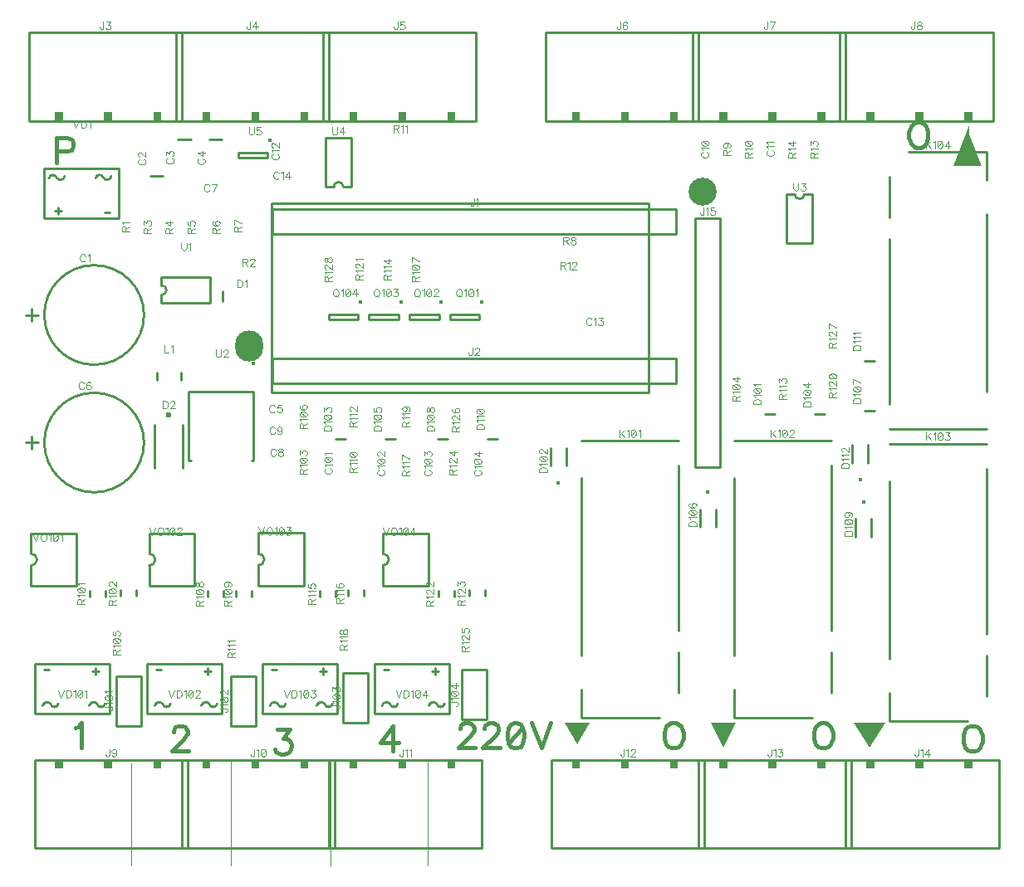
<source format=gbr>
%TF.GenerationSoftware,Novarm,DipTrace,3.1.0.1*%
%TF.CreationDate,2017-07-12T16:08:58+02:00*%
%FSLAX26Y26*%
%MOIN*%
%TF.FileFunction,Legend,Top*%
%TF.Part,Single*%
%ADD10C,0.009843*%
%ADD21C,0.001312*%
%ADD22C,0.01*%
%ADD23C,0.1125*%
%ADD24O,0.1125X0.125*%
%ADD31C,0.023623*%
%ADD34C,0.015749*%
%ADD46C,0.015404*%
%ADD50C,0.01541*%
%ADD120C,0.004632*%
%ADD121C,0.015439*%
G75*
G01*
%LPD*%
X481682Y2581700D2*
D10*
Y2631300D1*
X456507Y2606500D2*
X506382D1*
X531509D2*
G02X531509Y2606500I199999J0D01*
G01*
X1007071Y3165140D2*
X955929D1*
X1068429Y3310360D2*
X1119571D1*
X1193429D2*
X1244571D1*
X481682Y2069200D2*
Y2118800D1*
X456507Y2094000D2*
X506382D1*
X531509D2*
G02X531509Y2094000I199999J0D01*
G01*
X1245673Y2701183D2*
Y2661817D1*
X1088589Y2166341D2*
Y1993126D1*
X974414Y2166341D2*
Y1993126D1*
D31*
X1031496Y2205711D3*
X3424317Y2208173D2*
D10*
X3463683D1*
X2562501Y2000489D2*
Y2071368D1*
X2625496Y2000489D2*
Y2071368D1*
D34*
X2593999Y1931597D3*
X1699317Y2108173D2*
D10*
X1738683D1*
X3624317Y2208173D2*
X3663683D1*
X1899317Y2108173D2*
X1938683D1*
X3225499Y1825011D2*
Y1754132D1*
X3162504Y1825011D2*
Y1754132D1*
D34*
X3194001Y1893903D3*
X3824317Y2220673D2*
D10*
X3863683D1*
X2111817Y2108173D2*
X2151183D1*
X3850499Y1787511D2*
Y1716632D1*
X3787504Y1787511D2*
Y1716632D1*
D34*
X3819001Y1856403D3*
X2311817Y2108173D2*
D10*
X2351183D1*
X3824317Y2420673D2*
X3863683D1*
X3775001Y2012989D2*
Y2083868D1*
X3837996Y2012989D2*
Y2083868D1*
D34*
X3806499Y1944097D3*
X1446657Y3030713D2*
D10*
X3066343D1*
Y2932287D1*
X1446657D1*
Y3030713D1*
Y2430713D2*
X3066343D1*
Y2332287D1*
X1446657D1*
Y2430713D1*
X468803Y3386126D2*
X1082976D1*
Y3740457D1*
X468803D1*
Y3386126D1*
G36*
X575239Y3420850D2*
X606685D1*
Y3389350D1*
X575239D1*
Y3420850D1*
G37*
G36*
X771959D2*
X803405D1*
Y3389350D1*
X771959D1*
Y3420850D1*
G37*
G36*
X968740D2*
X1000124D1*
Y3389350D1*
X968740D1*
Y3420850D1*
G37*
X1059354Y3386126D2*
D10*
X1673528D1*
Y3740457D1*
X1059354D1*
Y3386126D1*
G36*
X1165791Y3420850D2*
X1197236D1*
Y3389350D1*
X1165791D1*
Y3420850D1*
G37*
G36*
X1362510D2*
X1393956D1*
Y3389350D1*
X1362510D1*
Y3420850D1*
G37*
G36*
X1559291D2*
X1590676D1*
Y3389350D1*
X1559291D1*
Y3420850D1*
G37*
X1649906Y3386126D2*
D10*
X2264079D1*
Y3740457D1*
X1649906D1*
Y3386126D1*
G36*
X1756342Y3420850D2*
X1787787D1*
Y3389350D1*
X1756342D1*
Y3420850D1*
G37*
G36*
X1953061D2*
X1984507D1*
Y3389350D1*
X1953061D1*
Y3420850D1*
G37*
G36*
X2149843D2*
X2181227D1*
Y3389350D1*
X2149843D1*
Y3420850D1*
G37*
X2543606Y3386126D2*
D10*
X3157780D1*
Y3740457D1*
X2543606D1*
Y3386126D1*
G36*
X2650043Y3420850D2*
X2681488D1*
Y3389350D1*
X2650043D1*
Y3420850D1*
G37*
G36*
X2846762D2*
X2878208D1*
Y3389350D1*
X2846762D1*
Y3420850D1*
G37*
G36*
X3043543D2*
X3074928D1*
Y3389350D1*
X3043543D1*
Y3420850D1*
G37*
X3134157Y3386126D2*
D10*
X3748331D1*
Y3740457D1*
X3134157D1*
Y3386126D1*
G36*
X3240594Y3420850D2*
X3272039D1*
Y3389350D1*
X3240594D1*
Y3420850D1*
G37*
G36*
X3437313D2*
X3468759D1*
Y3389350D1*
X3437313D1*
Y3420850D1*
G37*
G36*
X3634094D2*
X3665479D1*
Y3389350D1*
X3634094D1*
Y3420850D1*
G37*
X3724709Y3386126D2*
D10*
X4338882D1*
Y3740457D1*
X3724709D1*
Y3386126D1*
G36*
X3831145Y3420850D2*
X3862591D1*
Y3389350D1*
X3831145D1*
Y3420850D1*
G37*
G36*
X4027865D2*
X4059310D1*
Y3389350D1*
X4027865D1*
Y3420850D1*
G37*
G36*
X4224646D2*
X4256030D1*
Y3389350D1*
X4224646D1*
Y3420850D1*
G37*
X1106598Y819197D2*
D10*
X492425D1*
Y464866D1*
X1106598D1*
Y819197D1*
G36*
X1000162Y784472D2*
X968717D1*
Y815972D1*
X1000162D1*
Y784472D1*
G37*
G36*
X803443D2*
X771997D1*
Y815972D1*
X803443D1*
Y784472D1*
G37*
G36*
X606661D2*
X575277D1*
Y815972D1*
X606661D1*
Y784472D1*
G37*
X1697150Y819197D2*
D10*
X1082976D1*
Y464866D1*
X1697150D1*
Y819197D1*
G36*
X1590713Y784472D2*
X1559268D1*
Y815972D1*
X1590713D1*
Y784472D1*
G37*
G36*
X1393994D2*
X1362548D1*
Y815972D1*
X1393994D1*
Y784472D1*
G37*
G36*
X1197213D2*
X1165828D1*
Y815972D1*
X1197213D1*
Y784472D1*
G37*
X2287701Y819197D2*
D10*
X1673528D1*
Y464866D1*
X2287701D1*
Y819197D1*
G36*
X2181265Y784472D2*
X2149819D1*
Y815972D1*
X2181265D1*
Y784472D1*
G37*
G36*
X1984545D2*
X1953099D1*
Y815972D1*
X1984545D1*
Y784472D1*
G37*
G36*
X1787764D2*
X1756380D1*
Y815972D1*
X1787764D1*
Y784472D1*
G37*
X3181402Y819197D2*
D10*
X2567228D1*
Y464866D1*
X3181402D1*
Y819197D1*
G36*
X3074965Y784472D2*
X3043520D1*
Y815972D1*
X3074965D1*
Y784472D1*
G37*
G36*
X2878246D2*
X2846800D1*
Y815972D1*
X2878246D1*
Y784472D1*
G37*
G36*
X2681465D2*
X2650080D1*
Y815972D1*
X2681465D1*
Y784472D1*
G37*
X3771953Y819197D2*
D10*
X3157780D1*
Y464866D1*
X3771953D1*
Y819197D1*
G36*
X3665517Y784472D2*
X3634071D1*
Y815972D1*
X3665517D1*
Y784472D1*
G37*
G36*
X3468797D2*
X3437351D1*
Y815972D1*
X3468797D1*
Y784472D1*
G37*
G36*
X3272016D2*
X3240631D1*
Y815972D1*
X3272016D1*
Y784472D1*
G37*
X4362504Y819197D2*
D10*
X3748331D1*
Y464866D1*
X4362504D1*
Y819197D1*
G36*
X4256068Y784472D2*
X4224622D1*
Y815972D1*
X4256068D1*
Y784472D1*
G37*
G36*
X4059348D2*
X4027902D1*
Y815972D1*
X4059348D1*
Y784472D1*
G37*
G36*
X3862567D2*
X3831183D1*
Y815972D1*
X3862567D1*
Y784472D1*
G37*
X3144000Y1994000D2*
D10*
X3244000D1*
X3144000Y2994000D2*
Y1994000D1*
Y2994000D2*
X3244000D1*
Y2919000D1*
Y1994000D1*
X819000Y1156500D2*
X919000D1*
Y956500D1*
X819000D1*
Y1156500D1*
X1281500D2*
X1381500D1*
Y956500D1*
X1281500D1*
Y1156500D1*
X1731500Y1169000D2*
X1831500D1*
Y969000D1*
X1731500D1*
Y1169000D1*
X2206500Y1181500D2*
X2306500D1*
Y981500D1*
X2206500D1*
Y1181500D1*
X2686618Y2102366D2*
X3076382D1*
X2999598Y988193D2*
X2686618D1*
Y1238213D2*
Y1952398D1*
X3076382Y1252363D2*
Y1088246D1*
Y2002313D2*
Y1338155D1*
X2686618Y988193D2*
Y1102396D1*
X3299118Y2102366D2*
X3688882D1*
X3612098Y988193D2*
X3299118D1*
Y1238213D2*
Y1952398D1*
X3688882Y1252363D2*
Y1088246D1*
Y2002313D2*
Y1338155D1*
X3299118Y988193D2*
Y1102396D1*
X3924118Y2089866D2*
X4313882D1*
X4237098Y975693D2*
X3924118D1*
Y1225713D2*
Y1939898D1*
X4313882Y1239863D2*
Y1075746D1*
Y1989813D2*
Y1325655D1*
X3924118Y975693D2*
Y1089896D1*
X4313882Y2148134D2*
X3924118D1*
X4000902Y3262307D2*
X4313882D1*
Y3012287D2*
Y2298102D1*
X3924118Y2998137D2*
Y3162254D1*
Y2248187D2*
Y2912345D1*
X4313882Y3262307D2*
Y3148104D1*
X982283Y2375728D2*
Y2344244D1*
X1080717Y2375728D2*
Y2344244D1*
D46*
X2287349Y2658709D3*
X2278148Y2608567D2*
D10*
X2160043D1*
Y2588882D1*
X2278148D1*
Y2608567D1*
D46*
X2124849Y2658709D3*
X2115648Y2608567D2*
D10*
X1997543D1*
Y2588882D1*
X2115648D1*
Y2608567D1*
D46*
X1962349Y2658709D3*
X1953148Y2608567D2*
D10*
X1835043D1*
Y2588882D1*
X1953148D1*
Y2608567D1*
D46*
X1799849Y2658709D3*
X1790648Y2608567D2*
D10*
X1672543D1*
Y2588882D1*
X1790648D1*
Y2608567D1*
X775465Y1474839D2*
Y1498398D1*
X712535Y1474839D2*
Y1498398D1*
X837535Y1500661D2*
Y1477102D1*
X900465Y1500661D2*
Y1477102D1*
X1250465Y1474839D2*
Y1498398D1*
X1187535Y1474839D2*
Y1498398D1*
X1300035D2*
Y1474839D1*
X1362965Y1498398D2*
Y1474839D1*
X1700465D2*
Y1498398D1*
X1637535Y1474839D2*
Y1498398D1*
X1750035Y1500661D2*
Y1477102D1*
X1812965Y1500661D2*
Y1477102D1*
X2175465Y1474839D2*
Y1498398D1*
X2112535Y1474839D2*
Y1498398D1*
X2237535Y1500661D2*
Y1477102D1*
X2300465Y1500661D2*
Y1477102D1*
X1001774Y2655312D2*
X1198628D1*
X1001774Y2757688D2*
X1198628D1*
Y2655312D2*
Y2757688D1*
X1001774Y2686806D2*
Y2655312D1*
Y2726194D2*
Y2757688D1*
Y2686806D2*
G03X1001774Y2726194I-9J19694D01*
G01*
X1371662Y2298113D2*
X1111820D1*
X1371662Y2022524D2*
Y2298113D1*
Y2022524D2*
X1363797D1*
X1111820D2*
Y2298113D1*
Y2022524D2*
X1119685D1*
D50*
X1370729Y2413059D3*
X3511611Y3092427D2*
D10*
Y2895573D1*
X3613987Y3092427D2*
Y2895573D1*
X3511611D2*
X3613987D1*
X3543105Y3092427D2*
X3511611D1*
X3582494D2*
X3613987D1*
X3543105D2*
G03X3582494Y3092427I19694J9D01*
G01*
X1763889Y3120573D2*
Y3317427D1*
X1661513Y3120573D2*
Y3317427D1*
X1763889D2*
X1661513D1*
X1732395Y3120573D2*
X1763889D1*
X1693006D2*
X1661513D1*
X1732395D2*
G03X1693006Y3120573I-19694J-9D01*
G01*
D46*
X1437349Y3308709D3*
X1428148Y3258567D2*
D10*
X1310043D1*
Y3238882D1*
X1428148D1*
Y3258567D1*
X831500Y2994016D2*
X531500D1*
Y3193984D1*
X831500D1*
Y2994016D1*
X600260Y3025267D2*
X575240D1*
X587750Y3012757D2*
Y3037778D1*
X794000Y3018987D2*
X775250D1*
X800240Y3162733D2*
G02X768980Y3156503I-17179J4657D01*
G01*
G03X737750Y3156503I-15615J-3097D01*
G01*
X612740Y3162733D2*
G02X581480Y3156503I-17179J4657D01*
G01*
G03X550250Y3156503I-15615J-3097D01*
G01*
X494000Y1206484D2*
X794000D1*
Y1006516D1*
X494000D1*
Y1206484D1*
X725240Y1175233D2*
X750260D1*
X737750Y1187743D2*
Y1162722D1*
X531500Y1181513D2*
X550250D1*
X525260Y1037767D2*
G02X556520Y1043997I17179J-4657D01*
G01*
G03X587750Y1043997I15615J3097D01*
G01*
X712760Y1037767D2*
G02X744020Y1043997I17179J-4657D01*
G01*
G03X775250Y1043997I15615J3097D01*
G01*
X944000Y1206484D2*
X1244000D1*
Y1006516D1*
X944000D1*
Y1206484D1*
X1175240Y1175233D2*
X1200260D1*
X1187750Y1187743D2*
Y1162722D1*
X981500Y1181513D2*
X1000250D1*
X975260Y1037767D2*
G02X1006520Y1043997I17179J-4657D01*
G01*
G03X1037750Y1043997I15615J3097D01*
G01*
X1162760Y1037767D2*
G02X1194020Y1043997I17179J-4657D01*
G01*
G03X1225250Y1043997I15615J3097D01*
G01*
X1406500Y1206484D2*
X1706500D1*
Y1006516D1*
X1406500D1*
Y1206484D1*
X1637740Y1175233D2*
X1662760D1*
X1650250Y1187743D2*
Y1162722D1*
X1444000Y1181513D2*
X1462750D1*
X1437760Y1037767D2*
G02X1469020Y1043997I17179J-4657D01*
G01*
G03X1500250Y1043997I15615J3097D01*
G01*
X1625260Y1037767D2*
G02X1656520Y1043997I17179J-4657D01*
G01*
G03X1687750Y1043997I15615J3097D01*
G01*
X1856500Y1206484D2*
X2156500D1*
Y1006516D1*
X1856500D1*
Y1206484D1*
X2087740Y1175233D2*
X2112760D1*
X2100250Y1187743D2*
Y1162722D1*
X1894000Y1181513D2*
X1912750D1*
X1887760Y1037767D2*
G02X1919020Y1043997I17179J-4657D01*
G01*
G03X1950250Y1043997I15615J3097D01*
G01*
X2075260Y1037767D2*
G02X2106520Y1043997I17179J-4657D01*
G01*
G03X2137750Y1043997I15615J3097D01*
G01*
X659551Y1517539D2*
Y1730107D1*
X478449Y1517539D2*
X659551D1*
Y1730107D2*
X478449D1*
Y1517539D2*
Y1600190D1*
Y1730107D2*
Y1647456D1*
Y1600190D2*
G03X478449Y1647456I1J23633D01*
G01*
X1134551Y1517539D2*
Y1730107D1*
X953449Y1517539D2*
X1134551D1*
Y1730107D2*
X953449D1*
Y1517539D2*
Y1600190D1*
Y1730107D2*
Y1647456D1*
Y1600190D2*
G03X953449Y1647456I1J23633D01*
G01*
X1572051Y1517716D2*
Y1730284D1*
X1390949Y1517716D2*
X1572051D1*
Y1730284D2*
X1390949D1*
Y1517716D2*
Y1600367D1*
Y1730284D2*
Y1647633D1*
Y1600367D2*
G03X1390949Y1647633I1J23633D01*
G01*
X2072051Y1517539D2*
Y1730107D1*
X1890949Y1517539D2*
X2072051D1*
Y1730107D2*
X1890949D1*
Y1517539D2*
Y1600190D1*
Y1730107D2*
Y1647456D1*
Y1600190D2*
G03X1890949Y1647456I1J23633D01*
G01*
G36*
X2619000Y969000D2*
X2719000D1*
X2669000Y881500D1*
X2619000Y969000D1*
G37*
G36*
X3206500D2*
X3306500D1*
X3256500Y869000D1*
X3206500Y969000D1*
G37*
G36*
X3781500D2*
X3906500D1*
X3844000Y869000D1*
X3781500Y969000D1*
G37*
G36*
X4181500Y3206500D2*
X4294000D1*
X4244000Y3331500D1*
Y3369000D1*
X4181500Y3206500D1*
G37*
X881500Y806500D2*
D21*
Y394000D1*
X1281500Y819000D2*
Y394000D1*
X1681500Y819000D2*
Y394000D1*
X2069000Y819000D2*
Y394000D1*
D23*
X3175250Y3100250D3*
D24*
X1355270Y2481500D3*
X1444000Y3056500D2*
D22*
X2956500D1*
Y2294000D1*
X1444000D1*
Y3056500D1*
X696538Y2843271D2*
D120*
X695112Y2846123D1*
X692227Y2849008D1*
X689375Y2850434D1*
X683638D1*
X680753Y2849008D1*
X677901Y2846123D1*
X676442Y2843271D1*
X675016Y2838960D1*
Y2831764D1*
X676442Y2827486D1*
X677901Y2824601D1*
X680753Y2821749D1*
X683638Y2820290D1*
X689375D1*
X692227Y2821749D1*
X695112Y2824601D1*
X696538Y2827486D1*
X705801Y2844664D2*
X708686Y2846123D1*
X712997Y2850401D1*
Y2820290D1*
X915202Y3232098D2*
X912350Y3230672D1*
X909465Y3227787D1*
X908039Y3224935D1*
Y3219198D1*
X909465Y3216313D1*
X912350Y3213462D1*
X915202Y3212002D1*
X919513Y3210576D1*
X926709D1*
X930987Y3212002D1*
X933872Y3213462D1*
X936724Y3216313D1*
X938183Y3219198D1*
Y3224935D1*
X936724Y3227787D1*
X933872Y3230672D1*
X930987Y3232098D1*
X915235Y3242821D2*
X913809D1*
X910924Y3244247D1*
X909498Y3245673D1*
X908072Y3248558D1*
Y3254295D1*
X909498Y3257147D1*
X910924Y3258573D1*
X913809Y3260032D1*
X916661D1*
X919546Y3258573D1*
X923824Y3255721D1*
X938183Y3241362D1*
Y3261458D1*
X1027702Y3235564D2*
X1024850Y3234138D1*
X1021965Y3231253D1*
X1020539Y3228401D1*
Y3222664D1*
X1021965Y3219779D1*
X1024850Y3216927D1*
X1027702Y3215468D1*
X1032013Y3214042D1*
X1039209D1*
X1043487Y3215468D1*
X1046372Y3216927D1*
X1049224Y3219779D1*
X1050683Y3222664D1*
Y3228401D1*
X1049224Y3231253D1*
X1046372Y3234138D1*
X1043487Y3235564D1*
X1020572Y3247713D2*
Y3263465D1*
X1032046Y3254876D1*
Y3259187D1*
X1033472Y3262039D1*
X1034898Y3263465D1*
X1039209Y3264924D1*
X1042061D1*
X1046372Y3263465D1*
X1049257Y3260613D1*
X1050683Y3256302D1*
Y3251991D1*
X1049257Y3247713D1*
X1047798Y3246287D1*
X1044946Y3244828D1*
X1152702Y3234851D2*
X1149850Y3233425D1*
X1146965Y3230540D1*
X1145539Y3227688D1*
Y3221951D1*
X1146965Y3219066D1*
X1149850Y3216214D1*
X1152702Y3214755D1*
X1157013Y3213329D1*
X1164209D1*
X1168487Y3214755D1*
X1171372Y3216214D1*
X1174224Y3219066D1*
X1175683Y3221951D1*
Y3227688D1*
X1174224Y3230540D1*
X1171372Y3233425D1*
X1168487Y3234851D1*
X1175683Y3258474D2*
X1145572D1*
X1165635Y3244115D1*
Y3265637D1*
X1456617Y2237956D2*
X1455191Y2240808D1*
X1452306Y2243693D1*
X1449454Y2245119D1*
X1443717D1*
X1440832Y2243693D1*
X1437980Y2240808D1*
X1436521Y2237956D1*
X1435095Y2233645D1*
Y2226449D1*
X1436521Y2222171D1*
X1437980Y2219286D1*
X1440832Y2216434D1*
X1443717Y2214975D1*
X1449454D1*
X1452306Y2216434D1*
X1455191Y2219286D1*
X1456617Y2222171D1*
X1483091Y2245086D2*
X1468765D1*
X1467339Y2232186D1*
X1468765Y2233612D1*
X1473076Y2235071D1*
X1477354D1*
X1481665Y2233612D1*
X1484550Y2230760D1*
X1485976Y2226449D1*
Y2223597D1*
X1484550Y2219286D1*
X1481665Y2216401D1*
X1477354Y2214975D1*
X1473076D1*
X1468765Y2216401D1*
X1467339Y2217860D1*
X1465880Y2220712D1*
X690817Y2330771D2*
X689391Y2333623D1*
X686506Y2336508D1*
X683654Y2337934D1*
X677917D1*
X675032Y2336508D1*
X672180Y2333623D1*
X670721Y2330771D1*
X669295Y2326460D1*
Y2319264D1*
X670721Y2314986D1*
X672180Y2312101D1*
X675032Y2309249D1*
X677917Y2307790D1*
X683654D1*
X686506Y2309249D1*
X689391Y2312101D1*
X690817Y2314986D1*
X717292Y2333623D2*
X715866Y2336475D1*
X711555Y2337901D1*
X708703D1*
X704392Y2336475D1*
X701507Y2332164D1*
X700081Y2325001D1*
Y2317838D1*
X701507Y2312101D1*
X704392Y2309216D1*
X708703Y2307790D1*
X710129D1*
X714407Y2309216D1*
X717292Y2312101D1*
X718718Y2316412D1*
Y2317838D1*
X717292Y2322149D1*
X714407Y2325001D1*
X710129Y2326427D1*
X708703D1*
X704392Y2325001D1*
X701507Y2322149D1*
X700081Y2317838D1*
X1194117Y3125456D2*
X1192691Y3128308D1*
X1189806Y3131193D1*
X1186954Y3132619D1*
X1181217D1*
X1178332Y3131193D1*
X1175480Y3128308D1*
X1174021Y3125456D1*
X1172595Y3121145D1*
Y3113949D1*
X1174021Y3109671D1*
X1175480Y3106786D1*
X1178332Y3103934D1*
X1181217Y3102475D1*
X1186954D1*
X1189806Y3103934D1*
X1192691Y3106786D1*
X1194117Y3109671D1*
X1209117Y3102475D2*
X1223476Y3132586D1*
X1203380D1*
X1461062Y2062956D2*
X1459636Y2065808D1*
X1456751Y2068693D1*
X1453899Y2070119D1*
X1448162D1*
X1445277Y2068693D1*
X1442425Y2065808D1*
X1440966Y2062956D1*
X1439540Y2058645D1*
Y2051449D1*
X1440966Y2047171D1*
X1442425Y2044286D1*
X1445277Y2041434D1*
X1448162Y2039975D1*
X1453899D1*
X1456751Y2041434D1*
X1459636Y2044286D1*
X1461062Y2047171D1*
X1477489Y2070086D2*
X1473211Y2068660D1*
X1471752Y2065808D1*
Y2062923D1*
X1473211Y2060071D1*
X1476063Y2058612D1*
X1481800Y2057186D1*
X1486111Y2055760D1*
X1488963Y2052875D1*
X1490389Y2050023D1*
Y2045712D1*
X1488963Y2042860D1*
X1487537Y2041401D1*
X1483226Y2039975D1*
X1477489D1*
X1473211Y2041401D1*
X1471752Y2042860D1*
X1470326Y2045712D1*
Y2050023D1*
X1471752Y2052875D1*
X1474637Y2055760D1*
X1478915Y2057186D1*
X1484652Y2058612D1*
X1487537Y2060071D1*
X1488963Y2062923D1*
Y2065808D1*
X1487537Y2068660D1*
X1483226Y2070086D1*
X1477489D1*
X1457330Y2150456D2*
X1455904Y2153308D1*
X1453019Y2156193D1*
X1450167Y2157619D1*
X1444430D1*
X1441545Y2156193D1*
X1438693Y2153308D1*
X1437234Y2150456D1*
X1435808Y2146145D1*
Y2138949D1*
X1437234Y2134671D1*
X1438693Y2131786D1*
X1441545Y2128934D1*
X1444430Y2127475D1*
X1450167D1*
X1453019Y2128934D1*
X1455904Y2131786D1*
X1457330Y2134671D1*
X1485263Y2147571D2*
X1483804Y2143260D1*
X1480952Y2140375D1*
X1476641Y2138949D1*
X1475215D1*
X1470904Y2140375D1*
X1468052Y2143260D1*
X1466593Y2147571D1*
Y2148997D1*
X1468052Y2153308D1*
X1470904Y2156160D1*
X1475215Y2157586D1*
X1476641D1*
X1480952Y2156160D1*
X1483804Y2153308D1*
X1485263Y2147571D1*
Y2140375D1*
X1483804Y2133212D1*
X1480952Y2128901D1*
X1476641Y2127475D1*
X1473789D1*
X1469478Y2128901D1*
X1468052Y2131786D1*
X3175044Y3260851D2*
X3172192Y3259426D1*
X3169307Y3256540D1*
X3167881Y3253689D1*
Y3247952D1*
X3169307Y3245067D1*
X3172192Y3242215D1*
X3175044Y3240756D1*
X3179355Y3239330D1*
X3186551D1*
X3190829Y3240756D1*
X3193714Y3242215D1*
X3196566Y3245067D1*
X3198025Y3247952D1*
Y3253689D1*
X3196566Y3256540D1*
X3193714Y3259425D1*
X3190829Y3260851D1*
X3173651Y3270115D2*
X3172192Y3273000D1*
X3167914Y3277311D1*
X3198025D1*
X3167914Y3295197D2*
X3169340Y3290886D1*
X3173651Y3288001D1*
X3180814Y3286575D1*
X3185125D1*
X3192288Y3288001D1*
X3196599Y3290886D1*
X3198025Y3295197D1*
Y3298049D1*
X3196599Y3302360D1*
X3192288Y3305211D1*
X3185125Y3306671D1*
X3180814D1*
X3173651Y3305211D1*
X3169340Y3302360D1*
X3167914Y3298049D1*
Y3295197D1*
X3173651Y3305211D2*
X3192288Y3288001D1*
X3437544Y3267301D2*
X3434692Y3265875D1*
X3431807Y3262990D1*
X3430381Y3260139D1*
Y3254402D1*
X3431807Y3251516D1*
X3434692Y3248665D1*
X3437544Y3247205D1*
X3441855Y3245780D1*
X3449051D1*
X3453329Y3247205D1*
X3456214Y3248665D1*
X3459066Y3251516D1*
X3460525Y3254402D1*
Y3260138D1*
X3459066Y3262990D1*
X3456214Y3265875D1*
X3453329Y3267301D1*
X3436151Y3276565D2*
X3434692Y3279450D1*
X3430414Y3283761D1*
X3460525D1*
X3436151Y3293025D2*
X3434692Y3295910D1*
X3430414Y3300221D1*
X3460525D1*
X1450044Y3252816D2*
X1447192Y3251390D1*
X1444307Y3248505D1*
X1442881Y3245653D1*
Y3239916D1*
X1444307Y3237031D1*
X1447192Y3234179D1*
X1450044Y3232720D1*
X1454355Y3231294D1*
X1461551D1*
X1465829Y3232720D1*
X1468714Y3234179D1*
X1471566Y3237031D1*
X1473025Y3239916D1*
Y3245653D1*
X1471566Y3248505D1*
X1468714Y3251390D1*
X1465829Y3252816D1*
X1448651Y3262080D2*
X1447192Y3264965D1*
X1442914Y3269276D1*
X1473025D1*
X1450077Y3279998D2*
X1448651D1*
X1445766Y3281424D1*
X1444340Y3282850D1*
X1442914Y3285735D1*
Y3291472D1*
X1444340Y3294324D1*
X1445766Y3295750D1*
X1448651Y3297209D1*
X1451503D1*
X1454388Y3295750D1*
X1458666Y3292898D1*
X1473025Y3278539D1*
Y3298635D1*
X2727816Y2587956D2*
X2726390Y2590808D1*
X2723505Y2593693D1*
X2720653Y2595119D1*
X2714916D1*
X2712031Y2593693D1*
X2709179Y2590808D1*
X2707720Y2587956D1*
X2706294Y2583645D1*
Y2576449D1*
X2707720Y2572171D1*
X2709179Y2569286D1*
X2712031Y2566434D1*
X2714916Y2564975D1*
X2720653D1*
X2723505Y2566434D1*
X2726390Y2569286D1*
X2727816Y2572171D1*
X2737079Y2589349D2*
X2739965Y2590808D1*
X2744276Y2595086D1*
Y2564975D1*
X2756424Y2595086D2*
X2772176D1*
X2763587Y2583612D1*
X2767898D1*
X2770750Y2582186D1*
X2772176Y2580760D1*
X2773635Y2576449D1*
Y2573597D1*
X2772176Y2569286D1*
X2769324Y2566401D1*
X2765013Y2564975D1*
X2760702D1*
X2756424Y2566401D1*
X2754998Y2567860D1*
X2753539Y2570712D1*
X1472674Y3175456D2*
X1471248Y3178308D1*
X1468363Y3181193D1*
X1465511Y3182619D1*
X1459774D1*
X1456889Y3181193D1*
X1454037Y3178308D1*
X1452578Y3175456D1*
X1451152Y3171145D1*
Y3163949D1*
X1452578Y3159671D1*
X1454037Y3156786D1*
X1456889Y3153934D1*
X1459774Y3152475D1*
X1465511D1*
X1468363Y3153934D1*
X1471248Y3156786D1*
X1472674Y3159671D1*
X1481937Y3176849D2*
X1484822Y3178308D1*
X1489133Y3182586D1*
Y3152475D1*
X1512756D2*
Y3182586D1*
X1498397Y3162523D1*
X1519919D1*
X1662544Y1990157D2*
X1659692Y1988731D1*
X1656807Y1985846D1*
X1655381Y1982994D1*
Y1977257D1*
X1656807Y1974372D1*
X1659692Y1971520D1*
X1662544Y1970061D1*
X1666855Y1968635D1*
X1674051D1*
X1678329Y1970061D1*
X1681214Y1971520D1*
X1684066Y1974372D1*
X1685525Y1977257D1*
Y1982994D1*
X1684066Y1985846D1*
X1681214Y1988731D1*
X1678329Y1990157D1*
X1661151Y1999421D2*
X1659692Y2002306D1*
X1655414Y2006617D1*
X1685525D1*
X1655414Y2024502D2*
X1656840Y2020191D1*
X1661151Y2017306D1*
X1668314Y2015880D1*
X1672625D1*
X1679788Y2017306D1*
X1684099Y2020191D1*
X1685525Y2024502D1*
Y2027354D1*
X1684099Y2031665D1*
X1679788Y2034517D1*
X1672625Y2035976D1*
X1668314D1*
X1661151Y2034517D1*
X1656840Y2031665D1*
X1655414Y2027354D1*
Y2024502D1*
X1661151Y2034517D2*
X1679788Y2017306D1*
X1661151Y2045240D2*
X1659692Y2048125D1*
X1655414Y2052436D1*
X1685525D1*
X1875044Y1983707D2*
X1872192Y1982281D1*
X1869307Y1979396D1*
X1867881Y1976544D1*
Y1970807D1*
X1869307Y1967922D1*
X1872192Y1965070D1*
X1875044Y1963611D1*
X1879355Y1962185D1*
X1886551D1*
X1890829Y1963611D1*
X1893714Y1965070D1*
X1896566Y1967922D1*
X1898025Y1970807D1*
Y1976544D1*
X1896566Y1979396D1*
X1893714Y1982281D1*
X1890829Y1983707D1*
X1873651Y1992971D2*
X1872192Y1995856D1*
X1867914Y2000167D1*
X1898025D1*
X1867914Y2018052D2*
X1869340Y2013741D1*
X1873651Y2010856D1*
X1880814Y2009430D1*
X1885125D1*
X1892288Y2010856D1*
X1896599Y2013741D1*
X1898025Y2018052D1*
Y2020904D1*
X1896599Y2025215D1*
X1892288Y2028067D1*
X1885125Y2029526D1*
X1880814D1*
X1873651Y2028067D1*
X1869340Y2025215D1*
X1867914Y2020904D1*
Y2018052D1*
X1873651Y2028067D2*
X1892288Y2010856D1*
X1875077Y2040249D2*
X1873651D1*
X1870766Y2041675D1*
X1869340Y2043101D1*
X1867914Y2045986D1*
Y2051723D1*
X1869340Y2054575D1*
X1870766Y2056001D1*
X1873651Y2057460D1*
X1876503D1*
X1879388Y2056001D1*
X1883666Y2053149D1*
X1898025Y2038790D1*
Y2058886D1*
X2062544Y1983707D2*
X2059692Y1982281D1*
X2056807Y1979396D1*
X2055381Y1976544D1*
Y1970807D1*
X2056807Y1967922D1*
X2059692Y1965070D1*
X2062544Y1963611D1*
X2066855Y1962185D1*
X2074051D1*
X2078329Y1963611D1*
X2081214Y1965070D1*
X2084066Y1967922D1*
X2085525Y1970807D1*
Y1976544D1*
X2084066Y1979396D1*
X2081214Y1982281D1*
X2078329Y1983707D1*
X2061151Y1992971D2*
X2059692Y1995856D1*
X2055414Y2000167D1*
X2085525D1*
X2055414Y2018052D2*
X2056840Y2013741D1*
X2061151Y2010856D1*
X2068314Y2009430D1*
X2072625D1*
X2079788Y2010856D1*
X2084099Y2013741D1*
X2085525Y2018052D1*
Y2020904D1*
X2084099Y2025215D1*
X2079788Y2028067D1*
X2072625Y2029526D1*
X2068314D1*
X2061151Y2028067D1*
X2056840Y2025215D1*
X2055414Y2020904D1*
Y2018052D1*
X2061151Y2028067D2*
X2079788Y2010856D1*
X2055414Y2041675D2*
Y2057427D1*
X2066888Y2048838D1*
Y2053149D1*
X2068314Y2056001D1*
X2069740Y2057427D1*
X2074051Y2058886D1*
X2076903D1*
X2081214Y2057427D1*
X2084099Y2054575D1*
X2085525Y2050264D1*
Y2045953D1*
X2084099Y2041675D1*
X2082640Y2040249D1*
X2079788Y2038790D1*
X2262544Y1982994D2*
X2259692Y1981568D1*
X2256807Y1978683D1*
X2255381Y1975831D1*
Y1970094D1*
X2256807Y1967209D1*
X2259692Y1964357D1*
X2262544Y1962898D1*
X2266855Y1961472D1*
X2274051D1*
X2278329Y1962898D1*
X2281214Y1964357D1*
X2284066Y1967209D1*
X2285525Y1970094D1*
Y1975831D1*
X2284066Y1978683D1*
X2281214Y1981568D1*
X2278329Y1982994D1*
X2261151Y1992258D2*
X2259692Y1995143D1*
X2255414Y1999454D1*
X2285525D1*
X2255414Y2017339D2*
X2256840Y2013028D1*
X2261151Y2010143D1*
X2268314Y2008717D1*
X2272625D1*
X2279788Y2010143D1*
X2284099Y2013028D1*
X2285525Y2017339D1*
Y2020191D1*
X2284099Y2024502D1*
X2279788Y2027354D1*
X2272625Y2028813D1*
X2268314D1*
X2261151Y2027354D1*
X2256840Y2024502D1*
X2255414Y2020191D1*
Y2017339D1*
X2261151Y2027354D2*
X2279788Y2010143D1*
X2285525Y2052436D2*
X2255414D1*
X2275477Y2038077D1*
Y2059599D1*
X1307612Y2747087D2*
Y2716943D1*
X1317660D1*
X1321971Y2718403D1*
X1324856Y2721254D1*
X1326282Y2724139D1*
X1327708Y2728417D1*
Y2735613D1*
X1326282Y2739924D1*
X1324856Y2742776D1*
X1321971Y2745661D1*
X1317660Y2747087D1*
X1307612D1*
X1336971Y2741317D2*
X1339857Y2742776D1*
X1344168Y2747054D1*
Y2716943D1*
X1006774Y2261460D2*
Y2231316D1*
X1016822D1*
X1021133Y2232775D1*
X1024018Y2235627D1*
X1025444Y2238512D1*
X1026870Y2242790D1*
Y2249986D1*
X1025444Y2254297D1*
X1024018Y2257149D1*
X1021133Y2260034D1*
X1016822Y2261460D1*
X1006774D1*
X1037592Y2254264D2*
Y2255690D1*
X1039018Y2258575D1*
X1040444Y2260001D1*
X1043329Y2261427D1*
X1049066D1*
X1051918Y2260001D1*
X1053344Y2258575D1*
X1054803Y2255690D1*
Y2252838D1*
X1053344Y2249953D1*
X1050492Y2245675D1*
X1036133Y2231316D1*
X1056229D1*
X3378413Y2247202D2*
X3408557D1*
Y2257250D1*
X3407098Y2261561D1*
X3404246Y2264447D1*
X3401361Y2265872D1*
X3397083Y2267298D1*
X3389887D1*
X3385576Y2265872D1*
X3382724Y2264447D1*
X3379839Y2261561D1*
X3378413Y2257250D1*
Y2247202D1*
X3384183Y2276562D2*
X3382724Y2279447D1*
X3378446Y2283758D1*
X3408557D1*
X3378446Y2301644D2*
X3379872Y2297333D1*
X3384183Y2294448D1*
X3391346Y2293022D1*
X3395657D1*
X3402820Y2294448D1*
X3407131Y2297333D1*
X3408557Y2301644D1*
Y2304495D1*
X3407131Y2308807D1*
X3402820Y2311658D1*
X3395657Y2313118D1*
X3391346D1*
X3384183Y2311658D1*
X3379872Y2308807D1*
X3378446Y2304496D1*
Y2301644D1*
X3384183Y2311658D2*
X3402820Y2294448D1*
X3384183Y2322381D2*
X3382724Y2325266D1*
X3378446Y2329577D1*
X3408557D1*
X2518567Y1973528D2*
X2548711D1*
X2548712Y1983576D1*
X2547252Y1987887D1*
X2544401Y1990772D1*
X2541515Y1992198D1*
X2537238Y1993624D1*
X2530041D1*
X2525730Y1992198D1*
X2522879Y1990772D1*
X2519993Y1987887D1*
X2518567Y1983576D1*
Y1973528D1*
X2524338Y2002888D2*
X2522879Y2005773D1*
X2518601Y2010084D1*
X2548712D1*
X2518601Y2027969D2*
X2520027Y2023658D1*
X2524338Y2020773D1*
X2531501Y2019347D1*
X2535812D1*
X2542975Y2020773D1*
X2547286Y2023658D1*
X2548711Y2027969D1*
Y2030821D1*
X2547286Y2035132D1*
X2542975Y2037984D1*
X2535812Y2039443D1*
X2531501D1*
X2524338Y2037984D1*
X2520027Y2035132D1*
X2518601Y2030821D1*
Y2027969D1*
X2524338Y2037984D2*
X2542975Y2020773D1*
X2525764Y2050166D2*
X2524338D1*
X2521453Y2051592D1*
X2520027Y2053018D1*
X2518601Y2055903D1*
Y2061640D1*
X2520027Y2064492D1*
X2521453Y2065918D1*
X2524338Y2067377D1*
X2527190D1*
X2530075Y2065918D1*
X2534352Y2063066D1*
X2548711Y2048707D1*
Y2068803D1*
X1653413Y2140753D2*
X1683557D1*
Y2150800D1*
X1682098Y2155111D1*
X1679246Y2157997D1*
X1676361Y2159423D1*
X1672083Y2160848D1*
X1664887D1*
X1660576Y2159423D1*
X1657724Y2157997D1*
X1654839Y2155112D1*
X1653413Y2150801D1*
Y2140753D1*
X1659183Y2170112D2*
X1657724Y2172997D1*
X1653446Y2177308D1*
X1683557D1*
X1653446Y2195194D2*
X1654872Y2190883D1*
X1659183Y2187998D1*
X1666346Y2186572D1*
X1670657D1*
X1677820Y2187998D1*
X1682131Y2190883D1*
X1683557Y2195194D1*
Y2198046D1*
X1682131Y2202357D1*
X1677820Y2205208D1*
X1670657Y2206668D1*
X1666346D1*
X1659183Y2205209D1*
X1654872Y2202357D1*
X1653446Y2198046D1*
Y2195194D1*
X1659183Y2205209D2*
X1677820Y2187998D1*
X1653446Y2218816D2*
Y2234568D1*
X1664920Y2225979D1*
Y2230290D1*
X1666346Y2233142D1*
X1667772Y2234568D1*
X1672083Y2236027D1*
X1674935D1*
X1679246Y2234568D1*
X1682131Y2231716D1*
X1683557Y2227405D1*
Y2223094D1*
X1682131Y2218816D1*
X1680672Y2217390D1*
X1677820Y2215931D1*
X3578413Y2240040D2*
X3608557D1*
Y2250087D1*
X3607098Y2254398D1*
X3604246Y2257284D1*
X3601361Y2258710D1*
X3597083Y2260135D1*
X3589887Y2260136D1*
X3585576Y2258710D1*
X3582724Y2257284D1*
X3579839Y2254399D1*
X3578413Y2250088D1*
Y2240040D1*
X3584183Y2269399D2*
X3582724Y2272284D1*
X3578446Y2276595D1*
X3608557D1*
X3578446Y2294481D2*
X3579872Y2290170D1*
X3584183Y2287285D1*
X3591346Y2285859D1*
X3595657D1*
X3602820Y2287285D1*
X3607131Y2290170D1*
X3608557Y2294481D1*
Y2297333D1*
X3607131Y2301644D1*
X3602820Y2304496D1*
X3595657Y2305955D1*
X3591346D1*
X3584183Y2304496D1*
X3579872Y2301644D1*
X3578446Y2297333D1*
Y2294481D1*
X3584183Y2304496D2*
X3602820Y2287285D1*
X3608557Y2329577D2*
X3578446D1*
X3598509Y2315218D1*
Y2336740D1*
X1853413Y2140753D2*
X1883557D1*
Y2150800D1*
X1882098Y2155111D1*
X1879246Y2157997D1*
X1876361Y2159423D1*
X1872083Y2160848D1*
X1864887D1*
X1860576Y2159423D1*
X1857724Y2157997D1*
X1854839Y2155112D1*
X1853413Y2150801D1*
Y2140753D1*
X1859183Y2170112D2*
X1857724Y2172997D1*
X1853446Y2177308D1*
X1883557D1*
X1853446Y2195194D2*
X1854872Y2190883D1*
X1859183Y2187998D1*
X1866346Y2186572D1*
X1870657D1*
X1877820Y2187998D1*
X1882131Y2190883D1*
X1883557Y2195194D1*
Y2198046D1*
X1882131Y2202357D1*
X1877820Y2205208D1*
X1870657Y2206668D1*
X1866346D1*
X1859183Y2205209D1*
X1854872Y2202357D1*
X1853446Y2198046D1*
Y2195194D1*
X1859183Y2205209D2*
X1877820Y2187998D1*
X1853446Y2233142D2*
Y2218816D1*
X1866346Y2217390D1*
X1864920Y2218816D1*
X1863461Y2223127D1*
Y2227405D1*
X1864920Y2231716D1*
X1867772Y2234601D1*
X1872083Y2236027D1*
X1874935D1*
X1879246Y2234601D1*
X1882131Y2231716D1*
X1883557Y2227405D1*
Y2223127D1*
X1882131Y2218816D1*
X1880672Y2217390D1*
X1877820Y2215931D1*
X3118570Y1757427D2*
X3148714D1*
Y1767475D1*
X3147255Y1771786D1*
X3144403Y1774671D1*
X3141518Y1776097D1*
X3137240Y1777523D1*
X3130044D1*
X3125733Y1776097D1*
X3122881Y1774671D1*
X3119996Y1771786D1*
X3118570Y1767475D1*
Y1757427D1*
X3124340Y1786786D2*
X3122881Y1789672D1*
X3118603Y1793983D1*
X3148714Y1793982D1*
X3118603Y1811868D2*
X3120029Y1807557D1*
X3124340Y1804672D1*
X3131503Y1803246D1*
X3135814D1*
X3142977Y1804672D1*
X3147288Y1807557D1*
X3148714Y1811868D1*
Y1814720D1*
X3147288Y1819031D1*
X3142977Y1821883D1*
X3135814Y1823342D1*
X3131503D1*
X3124340Y1821883D1*
X3120029Y1819031D1*
X3118603Y1814720D1*
Y1811868D1*
X3124340Y1821883D2*
X3142977Y1804672D1*
X3122881Y1849817D2*
X3120029Y1848391D1*
X3118603Y1844080D1*
Y1841228D1*
X3120029Y1836917D1*
X3124340Y1834032D1*
X3131503Y1832606D1*
X3138666D1*
X3144403Y1834032D1*
X3147288Y1836917D1*
X3148714Y1841228D1*
Y1842654D1*
X3147288Y1846931D1*
X3144403Y1849817D1*
X3140092Y1851242D1*
X3138666D1*
X3134355Y1849817D1*
X3131503Y1846931D1*
X3130077Y1842654D1*
Y1841228D1*
X3131503Y1836917D1*
X3134355Y1834032D1*
X3138666Y1832606D1*
X3778413Y2253253D2*
X3808557D1*
Y2263300D1*
X3807098Y2267611D1*
X3804246Y2270497D1*
X3801361Y2271923D1*
X3797083Y2273348D1*
X3789887D1*
X3785576Y2271923D1*
X3782724Y2270497D1*
X3779839Y2267612D1*
X3778413Y2263301D1*
Y2253253D1*
X3784183Y2282612D2*
X3782724Y2285497D1*
X3778446Y2289808D1*
X3808557D1*
X3778446Y2307694D2*
X3779872Y2303383D1*
X3784183Y2300498D1*
X3791346Y2299072D1*
X3795657D1*
X3802820Y2300498D1*
X3807131Y2303383D1*
X3808557Y2307694D1*
Y2310546D1*
X3807131Y2314857D1*
X3802820Y2317708D1*
X3795657Y2319168D1*
X3791346D1*
X3784183Y2317709D1*
X3779872Y2314857D1*
X3778446Y2310546D1*
Y2307694D1*
X3784183Y2317709D2*
X3802820Y2300498D1*
X3808557Y2334168D2*
X3778446Y2348527D1*
Y2328431D1*
X2065913Y2140769D2*
X2096057D1*
Y2150817D1*
X2094598Y2155128D1*
X2091746Y2158013D1*
X2088861Y2159439D1*
X2084583Y2160865D1*
X2077387D1*
X2073076Y2159439D1*
X2070224Y2158013D1*
X2067339Y2155128D1*
X2065913Y2150817D1*
Y2140769D1*
X2071683Y2170129D2*
X2070224Y2173014D1*
X2065946Y2177325D1*
X2096057D1*
X2065946Y2195210D2*
X2067372Y2190899D1*
X2071683Y2188014D1*
X2078846Y2186588D1*
X2083157D1*
X2090320Y2188014D1*
X2094631Y2190899D1*
X2096057Y2195210D1*
Y2198062D1*
X2094631Y2202373D1*
X2090320Y2205225D1*
X2083157Y2206684D1*
X2078846D1*
X2071683Y2205225D1*
X2067372Y2202373D1*
X2065946Y2198062D1*
Y2195210D1*
X2071683Y2205225D2*
X2090320Y2188014D1*
X2065946Y2223111D2*
X2067372Y2218833D1*
X2070224Y2217374D1*
X2073109D1*
X2075961Y2218833D1*
X2077420Y2221685D1*
X2078846Y2227422D1*
X2080272Y2231733D1*
X2083157Y2234585D1*
X2086009Y2236011D1*
X2090320D1*
X2093172Y2234585D1*
X2094631Y2233159D1*
X2096057Y2228848D1*
Y2223111D1*
X2094631Y2218833D1*
X2093172Y2217374D1*
X2090320Y2215948D1*
X2086009D1*
X2083157Y2217374D1*
X2080272Y2220259D1*
X2078846Y2224537D1*
X2077420Y2230274D1*
X2075961Y2233159D1*
X2073109Y2234585D1*
X2070224D1*
X2067372Y2233159D1*
X2065946Y2228848D1*
Y2223111D1*
X3743570Y1719910D2*
X3773714D1*
Y1729958D1*
X3772255Y1734269D1*
X3769403Y1737154D1*
X3766518Y1738580D1*
X3762240Y1740006D1*
X3755044D1*
X3750733Y1738580D1*
X3747881Y1737154D1*
X3744996Y1734269D1*
X3743570Y1729958D1*
Y1719910D1*
X3749340Y1749270D2*
X3747881Y1752155D1*
X3743603Y1756466D1*
X3773714D1*
X3743603Y1774352D2*
X3745029Y1770041D1*
X3749340Y1767155D1*
X3756503Y1765729D1*
X3760814D1*
X3767977Y1767155D1*
X3772288Y1770040D1*
X3773714Y1774351D1*
Y1777203D1*
X3772288Y1781514D1*
X3767977Y1784366D1*
X3760814Y1785825D1*
X3756503D1*
X3749340Y1784366D1*
X3745029Y1781514D1*
X3743603Y1777203D1*
Y1774352D1*
X3749340Y1784366D2*
X3767977Y1767155D1*
X3753618Y1813759D2*
X3757929Y1812300D1*
X3760814Y1809448D1*
X3762240Y1805137D1*
Y1803711D1*
X3760814Y1799400D1*
X3757929Y1796548D1*
X3753618Y1795089D1*
X3752192D1*
X3747881Y1796548D1*
X3745029Y1799400D1*
X3743603Y1803711D1*
Y1805137D1*
X3745029Y1809448D1*
X3747881Y1812300D1*
X3753618Y1813759D1*
X3760814D1*
X3767977Y1812300D1*
X3772288Y1809448D1*
X3773714Y1805137D1*
Y1802285D1*
X3772288Y1797974D1*
X3769403Y1796548D1*
X2265913Y2147202D2*
X2296057D1*
Y2157250D1*
X2294598Y2161561D1*
X2291746Y2164447D1*
X2288861Y2165872D1*
X2284583Y2167298D1*
X2277387D1*
X2273076Y2165872D1*
X2270224Y2164447D1*
X2267339Y2161561D1*
X2265913Y2157250D1*
Y2147202D1*
X2271683Y2176562D2*
X2270224Y2179447D1*
X2265946Y2183758D1*
X2296057D1*
X2271683Y2193022D2*
X2270224Y2195907D1*
X2265946Y2200218D1*
X2296057D1*
X2265946Y2218103D2*
X2267372Y2213792D1*
X2271683Y2210907D1*
X2278846Y2209481D1*
X2283157D1*
X2290320Y2210907D1*
X2294631Y2213792D1*
X2296057Y2218103D1*
Y2220955D1*
X2294631Y2225266D1*
X2290320Y2228118D1*
X2283157Y2229577D1*
X2278846D1*
X2271683Y2228118D1*
X2267372Y2225266D1*
X2265946Y2220955D1*
Y2218103D1*
X2271683Y2228118D2*
X2290320Y2210907D1*
X3778413Y2466152D2*
X3808557D1*
Y2476200D1*
X3807098Y2480511D1*
X3804246Y2483396D1*
X3801361Y2484822D1*
X3797083Y2486248D1*
X3789887D1*
X3785576Y2484822D1*
X3782724Y2483397D1*
X3779839Y2480511D1*
X3778413Y2476200D1*
Y2466152D1*
X3784183Y2495512D2*
X3782724Y2498397D1*
X3778446Y2502708D1*
X3808557D1*
X3784183Y2511972D2*
X3782724Y2514857D1*
X3778446Y2519168D1*
X3808557D1*
X3784183Y2528431D2*
X3782724Y2531316D1*
X3778446Y2535627D1*
X3808557D1*
X3731067Y1992478D2*
X3761211D1*
X3761212Y2002526D1*
X3759752Y2006837D1*
X3756901Y2009722D1*
X3754015Y2011148D1*
X3749738Y2012574D1*
X3742541D1*
X3738230Y2011148D1*
X3735379Y2009722D1*
X3732493Y2006837D1*
X3731067Y2002526D1*
Y1992478D1*
X3736838Y2021838D2*
X3735379Y2024723D1*
X3731101Y2029034D1*
X3761212D1*
X3736838Y2038297D2*
X3735379Y2041182D1*
X3731101Y2045493D1*
X3761211D1*
X3738264Y2056216D2*
X3736838D1*
X3733953Y2057642D1*
X3732527Y2059068D1*
X3731101Y2061953D1*
Y2067690D1*
X3732527Y2070542D1*
X3733953Y2071968D1*
X3736838Y2073427D1*
X3739690D1*
X3742575Y2071968D1*
X3746852Y2069116D1*
X3761211Y2054757D1*
Y2074853D1*
X2255450Y3074646D2*
Y3051699D1*
X2254024Y3047388D1*
X2252565Y3045962D1*
X2249713Y3044502D1*
X2246828D1*
X2243976Y3045962D1*
X2242550Y3047388D1*
X2241091Y3051699D1*
Y3054550D1*
X2264713Y3068876D2*
X2267598Y3070335D1*
X2271909Y3074613D1*
Y3044502D1*
X2249000Y2474646D2*
Y2451699D1*
X2247574Y2447388D1*
X2246115Y2445962D1*
X2243263Y2444502D1*
X2240378D1*
X2237526Y2445962D1*
X2236100Y2447388D1*
X2234641Y2451699D1*
Y2454550D1*
X2259722Y2467450D2*
Y2468876D1*
X2261148Y2471761D1*
X2262574Y2473187D1*
X2265459Y2474613D1*
X2271196D1*
X2274048Y2473187D1*
X2275474Y2471761D1*
X2276933Y2468876D1*
Y2466024D1*
X2275474Y2463139D1*
X2272622Y2458861D1*
X2258263Y2444502D1*
X2278359D1*
X768390Y3784391D2*
Y3761443D1*
X766964Y3757132D1*
X765504Y3755706D1*
X762653Y3754247D1*
X759767D1*
X756916Y3755706D1*
X755490Y3757132D1*
X754030Y3761443D1*
Y3764295D1*
X780538Y3784357D2*
X796290D1*
X787701Y3772883D1*
X792012D1*
X794864Y3771457D1*
X796290Y3770032D1*
X797749Y3765720D1*
Y3762869D1*
X796290Y3758558D1*
X793438Y3755672D1*
X789127Y3754247D1*
X784816D1*
X780538Y3755672D1*
X779112Y3757132D1*
X777653Y3759984D1*
X1358228Y3784391D2*
Y3761443D1*
X1356802Y3757132D1*
X1355343Y3755706D1*
X1352491Y3754247D1*
X1349606D1*
X1346754Y3755706D1*
X1345328Y3757132D1*
X1343869Y3761443D1*
Y3764295D1*
X1381850Y3754247D2*
Y3784357D1*
X1367491Y3764295D1*
X1389013D1*
X1949492Y3784391D2*
Y3761443D1*
X1948066Y3757132D1*
X1946607Y3755706D1*
X1943755Y3754247D1*
X1940870D1*
X1938018Y3755706D1*
X1936592Y3757132D1*
X1935133Y3761443D1*
Y3764295D1*
X1975966Y3784357D2*
X1961640D1*
X1960215Y3771457D1*
X1961640Y3772883D1*
X1965952Y3774343D1*
X1970229D1*
X1974540Y3772883D1*
X1977425Y3770032D1*
X1978851Y3765720D1*
Y3762869D1*
X1977425Y3758558D1*
X1974540Y3755672D1*
X1970229Y3754247D1*
X1965952D1*
X1961640Y3755672D1*
X1960215Y3757132D1*
X1958755Y3759984D1*
X2843922Y3784391D2*
Y3761443D1*
X2842496Y3757132D1*
X2841037Y3755706D1*
X2838185Y3754247D1*
X2835300D1*
X2832448Y3755706D1*
X2831022Y3757132D1*
X2829563Y3761443D1*
Y3764295D1*
X2870397Y3780080D2*
X2868971Y3782931D1*
X2864660Y3784357D1*
X2861808D1*
X2857497Y3782931D1*
X2854612Y3778620D1*
X2853186Y3771457D1*
Y3764295D1*
X2854612Y3758558D1*
X2857497Y3755672D1*
X2861808Y3754247D1*
X2863234D1*
X2867512Y3755672D1*
X2870397Y3758558D1*
X2871823Y3762869D1*
Y3764295D1*
X2870397Y3768606D1*
X2867512Y3771457D1*
X2863234Y3772883D1*
X2861808D1*
X2857497Y3771457D1*
X2854612Y3768606D1*
X2853186Y3764295D1*
X3433744Y3784391D2*
Y3761443D1*
X3432318Y3757132D1*
X3430859Y3755706D1*
X3428007Y3754247D1*
X3425122D1*
X3422270Y3755706D1*
X3420844Y3757132D1*
X3419385Y3761443D1*
Y3764295D1*
X3448744Y3754247D2*
X3463103Y3784357D1*
X3443007D1*
X4024312Y3784391D2*
Y3761443D1*
X4022886Y3757132D1*
X4021427Y3755706D1*
X4018575Y3754247D1*
X4015690D1*
X4012838Y3755706D1*
X4011412Y3757132D1*
X4009953Y3761443D1*
Y3764295D1*
X4040738Y3784357D2*
X4036460Y3782931D1*
X4035001Y3780080D1*
Y3777194D1*
X4036460Y3774343D1*
X4039312Y3772883D1*
X4045049Y3771457D1*
X4049360Y3770032D1*
X4052212Y3767146D1*
X4053638Y3764295D1*
Y3759984D1*
X4052212Y3757132D1*
X4050786Y3755672D1*
X4046475Y3754247D1*
X4040738D1*
X4036460Y3755672D1*
X4035001Y3757132D1*
X4033575Y3759984D1*
Y3764295D1*
X4035001Y3767146D1*
X4037886Y3770032D1*
X4042164Y3771457D1*
X4047901Y3772883D1*
X4050786Y3774343D1*
X4052212Y3777194D1*
Y3780080D1*
X4050786Y3782931D1*
X4046475Y3784357D1*
X4040738D1*
X792725Y863131D2*
Y840183D1*
X791299Y835872D1*
X789839Y834446D1*
X786988Y832987D1*
X784102D1*
X781251Y834446D1*
X779825Y835872D1*
X778366Y840183D1*
Y843035D1*
X820658Y853083D2*
X819199Y848772D1*
X816347Y845887D1*
X812036Y844461D1*
X810610D1*
X806299Y845887D1*
X803447Y848772D1*
X801988Y853083D1*
Y854509D1*
X803447Y858820D1*
X806299Y861672D1*
X810610Y863098D1*
X812036D1*
X816347Y861672D1*
X819199Y858820D1*
X820658Y853083D1*
Y845887D1*
X819199Y838724D1*
X816347Y834413D1*
X812036Y832987D1*
X809184D1*
X804873Y834413D1*
X803447Y837298D1*
X1374333Y863131D2*
Y840183D1*
X1372907Y835872D1*
X1371448Y834446D1*
X1368596Y832987D1*
X1365711D1*
X1362859Y834446D1*
X1361433Y835872D1*
X1359974Y840183D1*
Y843035D1*
X1383596Y857361D2*
X1386482Y858820D1*
X1390793Y863098D1*
Y832987D1*
X1408678Y863098D2*
X1404367Y861672D1*
X1401482Y857361D1*
X1400056Y850198D1*
Y845887D1*
X1401482Y838724D1*
X1404367Y834413D1*
X1408678Y832987D1*
X1411530D1*
X1415841Y834413D1*
X1418693Y838724D1*
X1420152Y845887D1*
Y850198D1*
X1418693Y857361D1*
X1415841Y861672D1*
X1411530Y863098D1*
X1408678D1*
X1418693Y857361D2*
X1401482Y838724D1*
X1971334Y863131D2*
Y840183D1*
X1969908Y835872D1*
X1968449Y834446D1*
X1965597Y832987D1*
X1962712D1*
X1959860Y834446D1*
X1958434Y835872D1*
X1956975Y840183D1*
Y843035D1*
X1980598Y857361D2*
X1983483Y858820D1*
X1987794Y863098D1*
Y832987D1*
X1997057Y857361D2*
X1999942Y858820D1*
X2004253Y863098D1*
Y832987D1*
X2858585Y863131D2*
Y840183D1*
X2857159Y835872D1*
X2855700Y834446D1*
X2852848Y832987D1*
X2849963D1*
X2847111Y834446D1*
X2845685Y835872D1*
X2844226Y840183D1*
Y843035D1*
X2867848Y857361D2*
X2870733Y858820D1*
X2875045Y863098D1*
Y832987D1*
X2885767Y855935D2*
Y857361D1*
X2887193Y860246D1*
X2888619Y861672D1*
X2891504Y863098D1*
X2897241D1*
X2900093Y861672D1*
X2901519Y860246D1*
X2902978Y857361D1*
Y854509D1*
X2901519Y851624D1*
X2898667Y847346D1*
X2884308Y832987D1*
X2904404D1*
X3449136Y863131D2*
Y840183D1*
X3447710Y835872D1*
X3446251Y834446D1*
X3443399Y832987D1*
X3440514D1*
X3437662Y834446D1*
X3436236Y835872D1*
X3434777Y840183D1*
Y843035D1*
X3458400Y857361D2*
X3461285Y858820D1*
X3465596Y863098D1*
Y832987D1*
X3477744Y863098D2*
X3493496D1*
X3484907Y851624D1*
X3489218D1*
X3492070Y850198D1*
X3493496Y848772D1*
X3494955Y844461D1*
Y841609D1*
X3493496Y837298D1*
X3490644Y834413D1*
X3486333Y832987D1*
X3482022D1*
X3477744Y834413D1*
X3476318Y835872D1*
X3474859Y838724D1*
X4038974Y863131D2*
Y840183D1*
X4037548Y835872D1*
X4036089Y834446D1*
X4033237Y832987D1*
X4030352D1*
X4027500Y834446D1*
X4026074Y835872D1*
X4024615Y840183D1*
Y843035D1*
X4048238Y857361D2*
X4051123Y858820D1*
X4055434Y863098D1*
Y832987D1*
X4079056D2*
Y863098D1*
X4064697Y843035D1*
X4086219D1*
X3178270Y3037934D2*
Y3014986D1*
X3176844Y3010675D1*
X3175385Y3009249D1*
X3172533Y3007790D1*
X3169648D1*
X3166796Y3009249D1*
X3165370Y3010675D1*
X3163911Y3014986D1*
Y3017838D1*
X3187533Y3032164D2*
X3190419Y3033623D1*
X3194730Y3037901D1*
Y3007790D1*
X3221204Y3037901D2*
X3206878D1*
X3205452Y3025001D1*
X3206878Y3026427D1*
X3211189Y3027886D1*
X3215467D1*
X3219778Y3026427D1*
X3222663Y3023575D1*
X3224089Y3019264D1*
Y3016412D1*
X3222663Y3012101D1*
X3219778Y3009216D1*
X3215467Y3007790D1*
X3211189D1*
X3206878Y3009216D1*
X3205452Y3010675D1*
X3203993Y3013527D1*
X775066Y1032540D2*
X798014D1*
X802325Y1031114D1*
X803751Y1029655D1*
X805210Y1026803D1*
Y1023918D1*
X803751Y1021066D1*
X802325Y1019640D1*
X798014Y1018181D1*
X795162D1*
X780836Y1041804D2*
X779377Y1044689D1*
X775099Y1049000D1*
X805210D1*
X775099Y1066885D2*
X776525Y1062574D1*
X780836Y1059689D1*
X787999Y1058263D1*
X792310D1*
X799473Y1059689D1*
X803784Y1062574D1*
X805210Y1066885D1*
Y1069737D1*
X803784Y1074048D1*
X799473Y1076900D1*
X792310Y1078359D1*
X787999D1*
X780836Y1076900D1*
X776525Y1074048D1*
X775099Y1069737D1*
Y1066885D1*
X780836Y1076900D2*
X799473Y1059689D1*
X780836Y1087623D2*
X779377Y1090508D1*
X775099Y1094819D1*
X805210D1*
X1237566Y1026090D2*
X1260514D1*
X1264825Y1024664D1*
X1266251Y1023205D1*
X1267710Y1020353D1*
Y1017468D1*
X1266251Y1014616D1*
X1264825Y1013190D1*
X1260514Y1011731D1*
X1257662D1*
X1243336Y1035354D2*
X1241877Y1038239D1*
X1237599Y1042550D1*
X1267710D1*
X1237599Y1060435D2*
X1239025Y1056124D1*
X1243336Y1053239D1*
X1250499Y1051813D1*
X1254810D1*
X1261973Y1053239D1*
X1266284Y1056124D1*
X1267710Y1060435D1*
Y1063287D1*
X1266284Y1067598D1*
X1261973Y1070450D1*
X1254810Y1071909D1*
X1250499D1*
X1243336Y1070450D1*
X1239025Y1067598D1*
X1237599Y1063287D1*
Y1060435D1*
X1243336Y1070450D2*
X1261973Y1053239D1*
X1244762Y1082632D2*
X1243336D1*
X1240451Y1084058D1*
X1239025Y1085484D1*
X1237599Y1088369D1*
Y1094106D1*
X1239025Y1096958D1*
X1240451Y1098384D1*
X1243336Y1099843D1*
X1246188D1*
X1249073Y1098384D1*
X1253351Y1095532D1*
X1267710Y1081173D1*
Y1101269D1*
X1687566Y1038590D2*
X1710514D1*
X1714825Y1037164D1*
X1716251Y1035705D1*
X1717710Y1032853D1*
Y1029968D1*
X1716251Y1027116D1*
X1714825Y1025690D1*
X1710514Y1024231D1*
X1707662D1*
X1693336Y1047854D2*
X1691877Y1050739D1*
X1687599Y1055050D1*
X1717710D1*
X1687599Y1072935D2*
X1689025Y1068624D1*
X1693336Y1065739D1*
X1700499Y1064313D1*
X1704810D1*
X1711973Y1065739D1*
X1716284Y1068624D1*
X1717710Y1072935D1*
Y1075787D1*
X1716284Y1080098D1*
X1711973Y1082950D1*
X1704810Y1084409D1*
X1700499D1*
X1693336Y1082950D1*
X1689025Y1080098D1*
X1687599Y1075787D1*
Y1072935D1*
X1693336Y1082950D2*
X1711973Y1065739D1*
X1687599Y1096558D2*
Y1112310D1*
X1699073Y1103721D1*
Y1108032D1*
X1700499Y1110884D1*
X1701925Y1112310D1*
X1706236Y1113769D1*
X1709088D1*
X1713399Y1112310D1*
X1716284Y1109458D1*
X1717710Y1105147D1*
Y1100836D1*
X1716284Y1096558D1*
X1714825Y1095132D1*
X1711973Y1093673D1*
X2162566Y1050377D2*
X2185514D1*
X2189825Y1048951D1*
X2191251Y1047492D1*
X2192710Y1044640D1*
Y1041755D1*
X2191251Y1038903D1*
X2189825Y1037477D1*
X2185514Y1036018D1*
X2182662D1*
X2168336Y1059641D2*
X2166877Y1062526D1*
X2162599Y1066837D1*
X2192710D1*
X2162599Y1084722D2*
X2164025Y1080411D1*
X2168336Y1077526D1*
X2175499Y1076100D1*
X2179810D1*
X2186973Y1077526D1*
X2191284Y1080411D1*
X2192710Y1084722D1*
Y1087574D1*
X2191284Y1091885D1*
X2186973Y1094737D1*
X2179810Y1096196D1*
X2175499D1*
X2168336Y1094737D1*
X2164025Y1091885D1*
X2162599Y1087574D1*
Y1084722D1*
X2168336Y1094737D2*
X2186973Y1077526D1*
X2192710Y1119819D2*
X2162599D1*
X2182662Y1105460D1*
Y1126982D1*
X2840313Y2146300D2*
Y2116156D1*
X2860409Y2146300D2*
X2840313Y2126204D1*
X2847476Y2133400D2*
X2860409Y2116156D1*
X2869672Y2140530D2*
X2872557Y2141989D1*
X2876868Y2146267D1*
Y2116156D1*
X2894754Y2146267D2*
X2890443Y2144841D1*
X2887558Y2140530D1*
X2886132Y2133367D1*
Y2129056D1*
X2887558Y2121893D1*
X2890443Y2117582D1*
X2894754Y2116156D1*
X2897606D1*
X2901917Y2117582D1*
X2904769Y2121893D1*
X2906228Y2129056D1*
Y2133367D1*
X2904769Y2140530D1*
X2901917Y2144841D1*
X2897606Y2146267D1*
X2894754D1*
X2904769Y2140530D2*
X2887558Y2121893D1*
X2915491Y2140530D2*
X2918376Y2141989D1*
X2922687Y2146267D1*
Y2116156D1*
X3446363Y2146300D2*
Y2116156D1*
X3466459Y2146300D2*
X3446363Y2126204D1*
X3453526Y2133400D2*
X3466459Y2116156D1*
X3475722Y2140530D2*
X3478607Y2141989D1*
X3482918Y2146267D1*
Y2116156D1*
X3500804Y2146267D2*
X3496493Y2144841D1*
X3493608Y2140530D1*
X3492182Y2133367D1*
Y2129056D1*
X3493608Y2121893D1*
X3496493Y2117582D1*
X3500804Y2116156D1*
X3503656D1*
X3507967Y2117582D1*
X3510819Y2121893D1*
X3512278Y2129056D1*
Y2133367D1*
X3510819Y2140530D1*
X3507967Y2144841D1*
X3503656Y2146267D1*
X3500804D1*
X3510819Y2140530D2*
X3493608Y2121893D1*
X3523000Y2139104D2*
Y2140530D1*
X3524426Y2143415D1*
X3525852Y2144841D1*
X3528737Y2146267D1*
X3534474D1*
X3537326Y2144841D1*
X3538752Y2143415D1*
X3540211Y2140530D1*
Y2137678D1*
X3538752Y2134793D1*
X3535900Y2130515D1*
X3521541Y2116156D1*
X3541637D1*
X4071363Y2133800D2*
Y2103656D1*
X4091459Y2133800D2*
X4071363Y2113704D1*
X4078526Y2120900D2*
X4091459Y2103656D1*
X4100722Y2128030D2*
X4103607Y2129489D1*
X4107918Y2133767D1*
Y2103656D1*
X4125804Y2133767D2*
X4121493Y2132341D1*
X4118608Y2128030D1*
X4117182Y2120867D1*
Y2116556D1*
X4118608Y2109393D1*
X4121493Y2105082D1*
X4125804Y2103656D1*
X4128656D1*
X4132967Y2105082D1*
X4135819Y2109393D1*
X4137278Y2116556D1*
Y2120867D1*
X4135819Y2128030D1*
X4132967Y2132341D1*
X4128656Y2133767D1*
X4125804D1*
X4135819Y2128030D2*
X4118608Y2109393D1*
X4149426Y2133767D2*
X4165178D1*
X4156589Y2122293D1*
X4160900D1*
X4163752Y2120867D1*
X4165178Y2119441D1*
X4166637Y2115130D1*
Y2112278D1*
X4165178Y2107967D1*
X4162326Y2105082D1*
X4158015Y2103656D1*
X4153704D1*
X4149426Y2105082D1*
X4148000Y2106541D1*
X4146541Y2109393D1*
X4070650Y3306241D2*
Y3276097D1*
X4090746Y3306241D2*
X4070650Y3286145D1*
X4077813Y3293341D2*
X4090746Y3276097D1*
X4100009Y3300471D2*
X4102894Y3301930D1*
X4107205Y3306208D1*
Y3276097D1*
X4125091Y3306208D2*
X4120780Y3304782D1*
X4117895Y3300471D1*
X4116469Y3293308D1*
Y3288997D1*
X4117895Y3281834D1*
X4120780Y3277523D1*
X4125091Y3276097D1*
X4127943D1*
X4132254Y3277523D1*
X4135106Y3281834D1*
X4136565Y3288997D1*
Y3293308D1*
X4135106Y3300471D1*
X4132254Y3304782D1*
X4127943Y3306208D1*
X4125091D1*
X4135106Y3300471D2*
X4117895Y3281834D1*
X4160187Y3276097D2*
Y3306208D1*
X4145828Y3286145D1*
X4167350D1*
X1014665Y2485572D2*
Y2455428D1*
X1031876D1*
X1041139Y2479802D2*
X1044024Y2481261D1*
X1048335Y2485538D1*
Y2455428D1*
X2193539Y2710354D2*
X2190687Y2708961D1*
X2187802Y2706076D1*
X2186376Y2703191D1*
X2184917Y2698880D1*
Y2691717D1*
X2186376Y2687406D1*
X2187802Y2684554D1*
X2190687Y2681669D1*
X2193539Y2680243D1*
X2199276D1*
X2202161Y2681669D1*
X2205013Y2684554D1*
X2206439Y2687406D1*
X2207898Y2691717D1*
Y2698880D1*
X2206439Y2703191D1*
X2205013Y2706076D1*
X2202161Y2708961D1*
X2199276Y2710354D1*
X2193539D1*
X2197850Y2685980D2*
X2206439Y2677358D1*
X2217162Y2704584D2*
X2220047Y2706043D1*
X2224358Y2710321D1*
Y2680210D1*
X2242244Y2710321D2*
X2237933Y2708895D1*
X2235048Y2704584D1*
X2233622Y2697421D1*
Y2693110D1*
X2235048Y2685947D1*
X2237933Y2681636D1*
X2242244Y2680210D1*
X2245096D1*
X2249407Y2681636D1*
X2252258Y2685947D1*
X2253718Y2693110D1*
Y2697421D1*
X2252258Y2704584D1*
X2249407Y2708895D1*
X2245096Y2710321D1*
X2242244D1*
X2252258Y2704584D2*
X2235048Y2685947D1*
X2262981Y2704584D2*
X2265866Y2706043D1*
X2270177Y2710321D1*
Y2680210D1*
X2024589Y2710354D2*
X2021737Y2708961D1*
X2018852Y2706076D1*
X2017426Y2703191D1*
X2015967Y2698880D1*
Y2691717D1*
X2017426Y2687406D1*
X2018852Y2684554D1*
X2021737Y2681669D1*
X2024589Y2680243D1*
X2030326D1*
X2033211Y2681669D1*
X2036063Y2684554D1*
X2037489Y2687406D1*
X2038948Y2691717D1*
Y2698880D1*
X2037489Y2703191D1*
X2036063Y2706076D1*
X2033211Y2708961D1*
X2030326Y2710354D1*
X2024589D1*
X2028900Y2685980D2*
X2037489Y2677358D1*
X2048212Y2704584D2*
X2051097Y2706043D1*
X2055408Y2710321D1*
Y2680210D1*
X2073294Y2710321D2*
X2068983Y2708895D1*
X2066098Y2704584D1*
X2064672Y2697421D1*
Y2693110D1*
X2066098Y2685947D1*
X2068983Y2681636D1*
X2073294Y2680210D1*
X2076146D1*
X2080457Y2681636D1*
X2083308Y2685947D1*
X2084768Y2693110D1*
Y2697421D1*
X2083308Y2704584D1*
X2080457Y2708895D1*
X2076146Y2710321D1*
X2073294D1*
X2083308Y2704584D2*
X2066098Y2685947D1*
X2095490Y2703158D2*
Y2704584D1*
X2096916Y2707469D1*
X2098342Y2708895D1*
X2101227Y2710321D1*
X2106964D1*
X2109816Y2708895D1*
X2111242Y2707469D1*
X2112701Y2704584D1*
Y2701732D1*
X2111242Y2698847D1*
X2108390Y2694569D1*
X2094031Y2680210D1*
X2114127D1*
X1862089Y2710354D2*
X1859237Y2708961D1*
X1856352Y2706076D1*
X1854926Y2703191D1*
X1853467Y2698880D1*
Y2691717D1*
X1854926Y2687406D1*
X1856352Y2684554D1*
X1859237Y2681669D1*
X1862089Y2680243D1*
X1867826D1*
X1870711Y2681669D1*
X1873563Y2684554D1*
X1874989Y2687406D1*
X1876448Y2691717D1*
Y2698880D1*
X1874989Y2703191D1*
X1873563Y2706076D1*
X1870711Y2708961D1*
X1867826Y2710354D1*
X1862089D1*
X1866400Y2685980D2*
X1874989Y2677358D1*
X1885712Y2704584D2*
X1888597Y2706043D1*
X1892908Y2710321D1*
Y2680210D1*
X1910794Y2710321D2*
X1906483Y2708895D1*
X1903598Y2704584D1*
X1902172Y2697421D1*
Y2693110D1*
X1903598Y2685947D1*
X1906483Y2681636D1*
X1910794Y2680210D1*
X1913646D1*
X1917957Y2681636D1*
X1920808Y2685947D1*
X1922268Y2693110D1*
Y2697421D1*
X1920808Y2704584D1*
X1917957Y2708895D1*
X1913646Y2710321D1*
X1910794D1*
X1920808Y2704584D2*
X1903598Y2685947D1*
X1934416Y2710321D2*
X1950168D1*
X1941579Y2698847D1*
X1945890D1*
X1948742Y2697421D1*
X1950168Y2695995D1*
X1951627Y2691684D1*
Y2688832D1*
X1950168Y2684521D1*
X1947316Y2681636D1*
X1943005Y2680210D1*
X1938694D1*
X1934416Y2681636D1*
X1932990Y2683095D1*
X1931531Y2685947D1*
X1698876Y2710354D2*
X1696024Y2708961D1*
X1693139Y2706076D1*
X1691713Y2703191D1*
X1690254Y2698880D1*
Y2691717D1*
X1691713Y2687406D1*
X1693139Y2684554D1*
X1696024Y2681669D1*
X1698876Y2680243D1*
X1704613D1*
X1707498Y2681669D1*
X1710350Y2684554D1*
X1711776Y2687406D1*
X1713235Y2691717D1*
Y2698880D1*
X1711776Y2703191D1*
X1710350Y2706076D1*
X1707498Y2708961D1*
X1704613Y2710354D1*
X1698876D1*
X1703187Y2685980D2*
X1711776Y2677358D1*
X1722499Y2704584D2*
X1725384Y2706043D1*
X1729695Y2710321D1*
Y2680210D1*
X1747581Y2710321D2*
X1743270Y2708895D1*
X1740385Y2704584D1*
X1738959Y2697421D1*
Y2693110D1*
X1740385Y2685947D1*
X1743270Y2681636D1*
X1747581Y2680210D1*
X1750433D1*
X1754744Y2681636D1*
X1757596Y2685947D1*
X1759055Y2693110D1*
Y2697421D1*
X1757596Y2704584D1*
X1754744Y2708895D1*
X1750433Y2710321D1*
X1747581D1*
X1757596Y2704584D2*
X1740385Y2685947D1*
X1782677Y2680210D2*
Y2710321D1*
X1768318Y2690258D1*
X1789840D1*
X857240Y2942258D2*
Y2955158D1*
X855781Y2959469D1*
X854355Y2960928D1*
X851503Y2962354D1*
X848618D1*
X845766Y2960928D1*
X844307Y2959469D1*
X842881Y2955158D1*
Y2942258D1*
X873025D1*
X857240Y2952306D2*
X873025Y2962354D1*
X848651Y2971617D2*
X847192Y2974502D1*
X842914Y2978813D1*
X873025D1*
X1327737Y2818260D2*
X1340637D1*
X1344948Y2819719D1*
X1346407Y2821145D1*
X1347833Y2823997D1*
Y2826882D1*
X1346407Y2829734D1*
X1344948Y2831193D1*
X1340637Y2832619D1*
X1327737D1*
Y2802475D1*
X1337785Y2818260D2*
X1347833Y2802475D1*
X1358555Y2825423D2*
Y2826849D1*
X1359981Y2829734D1*
X1361407Y2831160D1*
X1364292Y2832586D1*
X1370029D1*
X1372881Y2831160D1*
X1374307Y2829734D1*
X1375766Y2826849D1*
Y2823997D1*
X1374307Y2821112D1*
X1371455Y2816834D1*
X1357096Y2802475D1*
X1377192D1*
X944740Y2935808D2*
Y2948708D1*
X943281Y2953019D1*
X941855Y2954478D1*
X939003Y2955904D1*
X936118D1*
X933266Y2954478D1*
X931807Y2953019D1*
X930381Y2948708D1*
Y2935808D1*
X960525D1*
X944740Y2945856D2*
X960525Y2955904D1*
X930414Y2968052D2*
Y2983804D1*
X941888Y2975215D1*
Y2979526D1*
X943314Y2982378D1*
X944740Y2983804D1*
X949051Y2985263D1*
X951903D1*
X956214Y2983804D1*
X959099Y2980952D1*
X960525Y2976641D1*
Y2972330D1*
X959099Y2968052D1*
X957640Y2966626D1*
X954788Y2965167D1*
X1032240Y2935095D2*
Y2947995D1*
X1030781Y2952306D1*
X1029355Y2953765D1*
X1026503Y2955191D1*
X1023618D1*
X1020766Y2953765D1*
X1019307Y2952306D1*
X1017881Y2947995D1*
Y2935095D1*
X1048025D1*
X1032240Y2945143D2*
X1048025Y2955191D1*
Y2978813D2*
X1017914D1*
X1037977Y2964454D1*
Y2985976D1*
X1119740Y2935808D2*
Y2948708D1*
X1118281Y2953019D1*
X1116855Y2954478D1*
X1114003Y2955904D1*
X1111118D1*
X1108266Y2954478D1*
X1106807Y2953019D1*
X1105381Y2948708D1*
Y2935808D1*
X1135525D1*
X1119740Y2945856D2*
X1135525Y2955904D1*
X1105414Y2982378D2*
Y2968052D1*
X1118314Y2966626D1*
X1116888Y2968052D1*
X1115429Y2972363D1*
Y2976641D1*
X1116888Y2980952D1*
X1119740Y2983837D1*
X1124051Y2985263D1*
X1126903D1*
X1131214Y2983837D1*
X1134099Y2980952D1*
X1135525Y2976641D1*
Y2972363D1*
X1134099Y2968052D1*
X1132640Y2966626D1*
X1129788Y2965167D1*
X1219740Y2936537D2*
Y2949437D1*
X1218281Y2953748D1*
X1216855Y2955207D1*
X1214003Y2956633D1*
X1211118D1*
X1208266Y2955207D1*
X1206807Y2953748D1*
X1205381Y2949437D1*
Y2936537D1*
X1235525D1*
X1219740Y2946585D2*
X1235525Y2956633D1*
X1209692Y2983108D2*
X1206840Y2981682D1*
X1205414Y2977371D1*
Y2974519D1*
X1206840Y2970208D1*
X1211151Y2967323D1*
X1218314Y2965897D1*
X1225477D1*
X1231214Y2967323D1*
X1234099Y2970208D1*
X1235525Y2974519D1*
Y2975945D1*
X1234099Y2980223D1*
X1231214Y2983108D1*
X1226903Y2984534D1*
X1225477D1*
X1221166Y2983108D1*
X1218314Y2980223D1*
X1216888Y2975945D1*
Y2974519D1*
X1218314Y2970208D1*
X1221166Y2967323D1*
X1225477Y2965897D1*
X1307240Y2940237D2*
Y2953137D1*
X1305781Y2957448D1*
X1304355Y2958907D1*
X1301503Y2960333D1*
X1298618D1*
X1295766Y2958907D1*
X1294307Y2957448D1*
X1292881Y2953137D1*
Y2940237D1*
X1323025D1*
X1307240Y2950285D2*
X1323025Y2960333D1*
Y2975333D2*
X1292914Y2989692D1*
Y2969596D1*
X2615253Y2905760D2*
X2628153D1*
X2632464Y2907219D1*
X2633923Y2908645D1*
X2635349Y2911497D1*
Y2914382D1*
X2633923Y2917234D1*
X2632464Y2918693D1*
X2628153Y2920119D1*
X2615253D1*
Y2889975D1*
X2625301Y2905760D2*
X2635349Y2889975D1*
X2651776Y2920086D2*
X2647498Y2918660D1*
X2646039Y2915808D1*
Y2912923D1*
X2647498Y2910071D1*
X2650350Y2908612D1*
X2656087Y2907186D1*
X2660398Y2905760D1*
X2663250Y2902875D1*
X2664676Y2900023D1*
Y2895712D1*
X2663250Y2892860D1*
X2661824Y2891401D1*
X2657513Y2889975D1*
X2651776D1*
X2647498Y2891401D1*
X2646039Y2892860D1*
X2644613Y2895712D1*
Y2900023D1*
X2646039Y2902875D1*
X2648924Y2905760D1*
X2653202Y2907186D1*
X2658939Y2908612D1*
X2661824Y2910071D1*
X2663250Y2912923D1*
Y2915808D1*
X2661824Y2918660D1*
X2657513Y2920086D1*
X2651776D1*
X3269740Y3248985D2*
Y3261885D1*
X3268281Y3266196D1*
X3266855Y3267655D1*
X3264003Y3269081D1*
X3261118D1*
X3258266Y3267655D1*
X3256807Y3266196D1*
X3255381Y3261885D1*
Y3248985D1*
X3285525D1*
X3269740Y3259033D2*
X3285525Y3269081D1*
X3265429Y3297015D2*
X3269740Y3295556D1*
X3272625Y3292704D1*
X3274051Y3288393D1*
Y3286967D1*
X3272625Y3282656D1*
X3269740Y3279804D1*
X3265429Y3278345D1*
X3264003D1*
X3259692Y3279804D1*
X3256840Y3282656D1*
X3255414Y3286967D1*
Y3288393D1*
X3256840Y3292704D1*
X3259692Y3295556D1*
X3265429Y3297015D1*
X3272625D1*
X3279788Y3295556D1*
X3284099Y3292704D1*
X3285525Y3288393D1*
Y3285541D1*
X3284099Y3281230D1*
X3281214Y3279804D1*
X3357240Y3240043D2*
Y3252942D1*
X3355781Y3257253D1*
X3354355Y3258713D1*
X3351503Y3260139D1*
X3348618D1*
X3345766Y3258713D1*
X3344307Y3257253D1*
X3342881Y3252942D1*
Y3240043D1*
X3373025D1*
X3357240Y3250091D2*
X3373025Y3260138D1*
X3348651Y3269402D2*
X3347192Y3272287D1*
X3342914Y3276598D1*
X3373025D1*
X3342914Y3294484D2*
X3344340Y3290173D1*
X3348651Y3287288D1*
X3355814Y3285862D1*
X3360125D1*
X3367288Y3287288D1*
X3371599Y3290173D1*
X3373025Y3294484D1*
Y3297336D1*
X3371599Y3301647D1*
X3367288Y3304498D1*
X3360125Y3305958D1*
X3355814D1*
X3348651Y3304499D1*
X3344340Y3301647D1*
X3342914Y3297336D1*
Y3294484D1*
X3348651Y3304499D2*
X3367288Y3287288D1*
X1934028Y3355760D2*
X1946928D1*
X1951239Y3357219D1*
X1952698Y3358645D1*
X1954124Y3361497D1*
Y3364382D1*
X1952698Y3367234D1*
X1951239Y3368693D1*
X1946928Y3370119D1*
X1934028D1*
Y3339975D1*
X1944076Y3355760D2*
X1954124Y3339975D1*
X1963387Y3364349D2*
X1966272Y3365808D1*
X1970583Y3370086D1*
Y3339975D1*
X1979847Y3364349D2*
X1982732Y3365808D1*
X1987043Y3370086D1*
Y3339975D1*
X2602578Y2805760D2*
X2615478D1*
X2619789Y2807219D1*
X2621248Y2808645D1*
X2622674Y2811497D1*
Y2814382D1*
X2621248Y2817234D1*
X2619789Y2818693D1*
X2615478Y2820119D1*
X2602578D1*
Y2789975D1*
X2612626Y2805760D2*
X2622674Y2789975D1*
X2631937Y2814349D2*
X2634822Y2815808D1*
X2639133Y2820086D1*
Y2789975D1*
X2649856Y2812923D2*
Y2814349D1*
X2651282Y2817234D1*
X2652708Y2818660D1*
X2655593Y2820086D1*
X2661330D1*
X2664182Y2818660D1*
X2665608Y2817234D1*
X2667067Y2814349D1*
Y2811497D1*
X2665608Y2808612D1*
X2662756Y2804334D1*
X2648397Y2789975D1*
X2668493D1*
X3619740Y3240043D2*
Y3252942D1*
X3618281Y3257253D1*
X3616855Y3258713D1*
X3614003Y3260139D1*
X3611118D1*
X3608266Y3258713D1*
X3606807Y3257253D1*
X3605381Y3252942D1*
Y3240043D1*
X3635525D1*
X3619740Y3250091D2*
X3635525Y3260138D1*
X3611151Y3269402D2*
X3609692Y3272287D1*
X3605414Y3276598D1*
X3635525D1*
X3605414Y3288747D2*
Y3304499D1*
X3616888Y3295910D1*
Y3300221D1*
X3618314Y3303073D1*
X3619740Y3304499D1*
X3624051Y3305958D1*
X3626903D1*
X3631214Y3304498D1*
X3634099Y3301647D1*
X3635525Y3297336D1*
Y3293025D1*
X3634099Y3288747D1*
X3632640Y3287321D1*
X3629788Y3285862D1*
X3532240Y3239365D2*
Y3252265D1*
X3530781Y3256576D1*
X3529355Y3258035D1*
X3526503Y3259461D1*
X3523618D1*
X3520766Y3258035D1*
X3519307Y3256576D1*
X3517881Y3252265D1*
Y3239365D1*
X3548025D1*
X3532240Y3249413D2*
X3548025Y3259461D1*
X3523651Y3268724D2*
X3522192Y3271610D1*
X3517914Y3275921D1*
X3548025D1*
Y3299543D2*
X3517914D1*
X3537977Y3285184D1*
Y3306706D1*
X678992Y1445431D2*
Y1458331D1*
X677533Y1462642D1*
X676107Y1464101D1*
X673255Y1465527D1*
X670370D1*
X667518Y1464101D1*
X666059Y1462642D1*
X664633Y1458331D1*
Y1445431D1*
X694777D1*
X678992Y1455479D2*
X694777Y1465527D1*
X670403Y1474790D2*
X668944Y1477675D1*
X664666Y1481986D1*
X694777D1*
X664666Y1499872D2*
X666092Y1495561D1*
X670403Y1492676D1*
X677566Y1491250D1*
X681877D1*
X689040Y1492676D1*
X693351Y1495561D1*
X694777Y1499872D1*
Y1502724D1*
X693351Y1507035D1*
X689040Y1509887D1*
X681877Y1511346D1*
X677566D1*
X670403Y1509887D1*
X666092Y1507035D1*
X664666Y1502724D1*
Y1499872D1*
X670403Y1509887D2*
X689040Y1492676D1*
X670403Y1520609D2*
X668944Y1523495D1*
X664666Y1527806D1*
X694777D1*
X803992Y1441245D2*
Y1454145D1*
X802533Y1458456D1*
X801107Y1459915D1*
X798255Y1461341D1*
X795370D1*
X792518Y1459915D1*
X791059Y1458456D1*
X789633Y1454145D1*
Y1441245D1*
X819777D1*
X803992Y1451293D2*
X819777Y1461341D1*
X795403Y1470604D2*
X793944Y1473489D1*
X789666Y1477800D1*
X819777D1*
X789666Y1495686D2*
X791092Y1491375D1*
X795403Y1488490D1*
X802566Y1487064D1*
X806877D1*
X814040Y1488490D1*
X818351Y1491375D1*
X819777Y1495686D1*
Y1498538D1*
X818351Y1502849D1*
X814040Y1505701D1*
X806877Y1507160D1*
X802566D1*
X795403Y1505701D1*
X791092Y1502849D1*
X789666Y1498538D1*
Y1495686D1*
X795403Y1505701D2*
X814040Y1488490D1*
X796829Y1517882D2*
X795403D1*
X792518Y1519308D1*
X791092Y1520734D1*
X789666Y1523619D1*
Y1529356D1*
X791092Y1532208D1*
X792518Y1533634D1*
X795403Y1535093D1*
X798255D1*
X801140Y1533634D1*
X805418Y1530782D1*
X819777Y1516423D1*
Y1536519D1*
X1569740Y1967327D2*
Y1980227D1*
X1568281Y1984538D1*
X1566855Y1985997D1*
X1564003Y1987423D1*
X1561118D1*
X1558266Y1985997D1*
X1556807Y1984538D1*
X1555381Y1980227D1*
Y1967327D1*
X1585525D1*
X1569740Y1977375D2*
X1585525Y1987423D1*
X1561151Y1996687D2*
X1559692Y1999572D1*
X1555414Y2003883D1*
X1585525D1*
X1555414Y2021768D2*
X1556840Y2017457D1*
X1561151Y2014572D1*
X1568314Y2013146D1*
X1572625D1*
X1579788Y2014572D1*
X1584099Y2017457D1*
X1585525Y2021768D1*
Y2024620D1*
X1584099Y2028931D1*
X1579788Y2031783D1*
X1572625Y2033242D1*
X1568314D1*
X1561151Y2031783D1*
X1556840Y2028931D1*
X1555414Y2024620D1*
Y2021768D1*
X1561151Y2031783D2*
X1579788Y2014572D1*
X1555414Y2045391D2*
Y2061143D1*
X1566888Y2052554D1*
Y2056865D1*
X1568314Y2059717D1*
X1569740Y2061143D1*
X1574051Y2062602D1*
X1576903D1*
X1581214Y2061143D1*
X1584099Y2058291D1*
X1585525Y2053980D1*
Y2049669D1*
X1584099Y2045391D1*
X1582640Y2043965D1*
X1579788Y2042506D1*
X3307240Y2262185D2*
Y2275085D1*
X3305781Y2279396D1*
X3304355Y2280855D1*
X3301503Y2282281D1*
X3298618D1*
X3295766Y2280855D1*
X3294307Y2279396D1*
X3292881Y2275085D1*
Y2262185D1*
X3323025D1*
X3307240Y2272233D2*
X3323025Y2282281D1*
X3298651Y2291545D2*
X3297192Y2294430D1*
X3292914Y2298741D1*
X3323025D1*
X3292914Y2316626D2*
X3294340Y2312315D1*
X3298651Y2309430D1*
X3305814Y2308004D1*
X3310125D1*
X3317288Y2309430D1*
X3321599Y2312315D1*
X3323025Y2316626D1*
Y2319478D1*
X3321599Y2323789D1*
X3317288Y2326641D1*
X3310125Y2328100D1*
X3305814D1*
X3298651Y2326641D1*
X3294340Y2323789D1*
X3292914Y2319478D1*
Y2316626D1*
X3298651Y2326641D2*
X3317288Y2309430D1*
X3323025Y2351723D2*
X3292914D1*
X3312977Y2337364D1*
Y2358886D1*
X819740Y1242327D2*
Y1255227D1*
X818281Y1259538D1*
X816855Y1260997D1*
X814003Y1262423D1*
X811118D1*
X808266Y1260997D1*
X806807Y1259538D1*
X805381Y1255227D1*
Y1242327D1*
X835525D1*
X819740Y1252375D2*
X835525Y1262423D1*
X811151Y1271687D2*
X809692Y1274572D1*
X805414Y1278883D1*
X835525D1*
X805414Y1296768D2*
X806840Y1292457D1*
X811151Y1289572D1*
X818314Y1288146D1*
X822625D1*
X829788Y1289572D1*
X834099Y1292457D1*
X835525Y1296768D1*
Y1299620D1*
X834099Y1303931D1*
X829788Y1306783D1*
X822625Y1308242D1*
X818314D1*
X811151Y1306783D1*
X806840Y1303931D1*
X805414Y1299620D1*
Y1296768D1*
X811151Y1306783D2*
X829788Y1289572D1*
X805414Y1334717D2*
Y1320391D1*
X818314Y1318965D1*
X816888Y1320391D1*
X815429Y1324702D1*
Y1328980D1*
X816888Y1333291D1*
X819740Y1336176D1*
X824051Y1337602D1*
X826903D1*
X831214Y1336176D1*
X834099Y1333291D1*
X835525Y1328980D1*
Y1324702D1*
X834099Y1320391D1*
X832640Y1318965D1*
X829788Y1317506D1*
X1569740Y2151128D2*
Y2164028D1*
X1568281Y2168339D1*
X1566855Y2169798D1*
X1564003Y2171224D1*
X1561118D1*
X1558266Y2169798D1*
X1556807Y2168339D1*
X1555381Y2164028D1*
Y2151128D1*
X1585525D1*
X1569740Y2161176D2*
X1585525Y2171224D1*
X1561151Y2180487D2*
X1559692Y2183372D1*
X1555414Y2187683D1*
X1585525D1*
X1555414Y2205569D2*
X1556840Y2201258D1*
X1561151Y2198373D1*
X1568314Y2196947D1*
X1572625D1*
X1579788Y2198373D1*
X1584099Y2201258D1*
X1585525Y2205569D1*
Y2208421D1*
X1584099Y2212732D1*
X1579788Y2215584D1*
X1572625Y2217043D1*
X1568314D1*
X1561151Y2215584D1*
X1556840Y2212732D1*
X1555414Y2208421D1*
Y2205569D1*
X1561151Y2215584D2*
X1579788Y2198373D1*
X1559692Y2243517D2*
X1556840Y2242091D1*
X1555414Y2237780D1*
Y2234928D1*
X1556840Y2230617D1*
X1561151Y2227732D1*
X1568314Y2226306D1*
X1575477D1*
X1581214Y2227732D1*
X1584099Y2230617D1*
X1585525Y2234928D1*
Y2236354D1*
X1584099Y2240632D1*
X1581214Y2243517D1*
X1576903Y2244943D1*
X1575477D1*
X1571166Y2243517D1*
X1568314Y2240632D1*
X1566888Y2236354D1*
Y2234928D1*
X1568314Y2230617D1*
X1571166Y2227732D1*
X1575477Y2226306D1*
X2019740Y2742327D2*
Y2755227D1*
X2018281Y2759538D1*
X2016855Y2760997D1*
X2014003Y2762423D1*
X2011118D1*
X2008266Y2760997D1*
X2006807Y2759538D1*
X2005381Y2755227D1*
Y2742327D1*
X2035525D1*
X2019740Y2752375D2*
X2035525Y2762423D1*
X2011151Y2771687D2*
X2009692Y2774572D1*
X2005414Y2778883D1*
X2035525D1*
X2005414Y2796768D2*
X2006840Y2792457D1*
X2011151Y2789572D1*
X2018314Y2788146D1*
X2022625D1*
X2029788Y2789572D1*
X2034099Y2792457D1*
X2035525Y2796768D1*
Y2799620D1*
X2034099Y2803931D1*
X2029788Y2806783D1*
X2022625Y2808242D1*
X2018314D1*
X2011151Y2806783D1*
X2006840Y2803931D1*
X2005414Y2799620D1*
Y2796768D1*
X2011151Y2806783D2*
X2029788Y2789572D1*
X2035525Y2823243D2*
X2005414Y2837602D1*
Y2817506D1*
X1153992Y1438997D2*
Y1451897D1*
X1152533Y1456208D1*
X1151107Y1457667D1*
X1148255Y1459093D1*
X1145370D1*
X1142518Y1457667D1*
X1141059Y1456208D1*
X1139633Y1451897D1*
Y1438997D1*
X1169777D1*
X1153992Y1449045D2*
X1169777Y1459093D1*
X1145403Y1468357D2*
X1143944Y1471242D1*
X1139666Y1475553D1*
X1169777D1*
X1139666Y1493439D2*
X1141092Y1489128D1*
X1145403Y1486243D1*
X1152566Y1484817D1*
X1156877D1*
X1164040Y1486242D1*
X1168351Y1489128D1*
X1169777Y1493439D1*
Y1496290D1*
X1168351Y1500601D1*
X1164040Y1503453D1*
X1156877Y1504913D1*
X1152566D1*
X1145403Y1503453D1*
X1141092Y1500602D1*
X1139666Y1496291D1*
Y1493439D1*
X1145403Y1503453D2*
X1164040Y1486242D1*
X1139666Y1521339D2*
X1141092Y1517061D1*
X1143944Y1515602D1*
X1146829D1*
X1149681Y1517061D1*
X1151140Y1519913D1*
X1152566Y1525650D1*
X1153992Y1529961D1*
X1156877Y1532813D1*
X1159729Y1534239D1*
X1164040D1*
X1166892Y1532813D1*
X1168351Y1531387D1*
X1169777Y1527076D1*
Y1521339D1*
X1168351Y1517061D1*
X1166892Y1515602D1*
X1164040Y1514176D1*
X1159729D1*
X1156877Y1515602D1*
X1153992Y1518487D1*
X1152566Y1522765D1*
X1151140Y1528502D1*
X1149681Y1531387D1*
X1146829Y1532813D1*
X1143944D1*
X1141092Y1531387D1*
X1139666Y1527076D1*
Y1521339D1*
X1266492Y1439694D2*
Y1452594D1*
X1265033Y1456905D1*
X1263607Y1458364D1*
X1260755Y1459790D1*
X1257870D1*
X1255018Y1458364D1*
X1253559Y1456905D1*
X1252133Y1452594D1*
Y1439694D1*
X1282277D1*
X1266492Y1449742D2*
X1282277Y1459790D1*
X1257903Y1469053D2*
X1256444Y1471938D1*
X1252166Y1476249D1*
X1282277D1*
X1252166Y1494135D2*
X1253592Y1489824D1*
X1257903Y1486939D1*
X1265066Y1485513D1*
X1269377D1*
X1276540Y1486939D1*
X1280851Y1489824D1*
X1282277Y1494135D1*
Y1496987D1*
X1280851Y1501298D1*
X1276540Y1504150D1*
X1269377Y1505609D1*
X1265066D1*
X1257903Y1504150D1*
X1253592Y1501298D1*
X1252166Y1496987D1*
Y1494135D1*
X1257903Y1504150D2*
X1276540Y1486939D1*
X1262181Y1533543D2*
X1266492Y1532083D1*
X1269377Y1529231D1*
X1270803Y1524920D1*
Y1523495D1*
X1269377Y1519183D1*
X1266492Y1516332D1*
X1262181Y1514872D1*
X1260755D1*
X1256444Y1516332D1*
X1253592Y1519184D1*
X1252166Y1523495D1*
Y1524920D1*
X1253592Y1529232D1*
X1256444Y1532083D1*
X1262181Y1533543D1*
X1269377D1*
X1276540Y1532083D1*
X1280851Y1529231D1*
X1282277Y1524920D1*
Y1522069D1*
X1280851Y1517758D1*
X1277966Y1516332D1*
X1769740Y1973777D2*
Y1986677D1*
X1768281Y1990988D1*
X1766855Y1992447D1*
X1764003Y1993873D1*
X1761118D1*
X1758266Y1992447D1*
X1756807Y1990988D1*
X1755381Y1986677D1*
Y1973777D1*
X1785525D1*
X1769740Y1983825D2*
X1785525Y1993873D1*
X1761151Y2003137D2*
X1759692Y2006022D1*
X1755414Y2010333D1*
X1785525D1*
X1761151Y2019596D2*
X1759692Y2022481D1*
X1755414Y2026792D1*
X1785525D1*
X1755414Y2044678D2*
X1756840Y2040367D1*
X1761151Y2037482D1*
X1768314Y2036056D1*
X1772625D1*
X1779788Y2037482D1*
X1784099Y2040367D1*
X1785525Y2044678D1*
Y2047530D1*
X1784099Y2051841D1*
X1779788Y2054693D1*
X1772625Y2056152D1*
X1768314D1*
X1761151Y2054693D1*
X1756840Y2051841D1*
X1755414Y2047530D1*
Y2044678D1*
X1761151Y2054693D2*
X1779788Y2037482D1*
X1282240Y1230227D2*
Y1243127D1*
X1280781Y1247438D1*
X1279355Y1248897D1*
X1276503Y1250323D1*
X1273618D1*
X1270766Y1248897D1*
X1269307Y1247438D1*
X1267881Y1243127D1*
Y1230227D1*
X1298025D1*
X1282240Y1240275D2*
X1298025Y1250323D1*
X1273651Y1259587D2*
X1272192Y1262472D1*
X1267914Y1266783D1*
X1298025D1*
X1273651Y1276046D2*
X1272192Y1278931D1*
X1267914Y1283242D1*
X1298025D1*
X1273651Y1292506D2*
X1272192Y1295391D1*
X1267914Y1299702D1*
X1298025D1*
X1769740Y2156848D2*
Y2169748D1*
X1768281Y2174059D1*
X1766855Y2175518D1*
X1764003Y2176944D1*
X1761118D1*
X1758266Y2175518D1*
X1756807Y2174059D1*
X1755381Y2169748D1*
Y2156848D1*
X1785525D1*
X1769740Y2166896D2*
X1785525Y2176944D1*
X1761151Y2186208D2*
X1759692Y2189093D1*
X1755414Y2193404D1*
X1785525D1*
X1761151Y2202667D2*
X1759692Y2205552D1*
X1755414Y2209863D1*
X1785525D1*
X1762577Y2220586D2*
X1761151D1*
X1758266Y2222012D1*
X1756840Y2223438D1*
X1755414Y2226323D1*
Y2232060D1*
X1756840Y2234912D1*
X1758266Y2236338D1*
X1761151Y2237797D1*
X1764003D1*
X1766888Y2236338D1*
X1771166Y2233486D1*
X1785525Y2219127D1*
Y2239223D1*
X3494740Y2269348D2*
Y2282248D1*
X3493281Y2286559D1*
X3491855Y2288018D1*
X3489003Y2289444D1*
X3486118D1*
X3483266Y2288018D1*
X3481807Y2286559D1*
X3480381Y2282248D1*
Y2269348D1*
X3510525D1*
X3494740Y2279396D2*
X3510525Y2289444D1*
X3486151Y2298708D2*
X3484692Y2301593D1*
X3480414Y2305904D1*
X3510525D1*
X3486151Y2315167D2*
X3484692Y2318052D1*
X3480414Y2322363D1*
X3510525D1*
X3480414Y2334512D2*
Y2350264D1*
X3491888Y2341675D1*
Y2345986D1*
X3493314Y2348838D1*
X3494740Y2350264D1*
X3499051Y2351723D1*
X3501903D1*
X3506214Y2350264D1*
X3509099Y2347412D1*
X3510525Y2343101D1*
Y2338790D1*
X3509099Y2334512D1*
X3507640Y2333086D1*
X3504788Y2331627D1*
X1907240Y2748064D2*
Y2760964D1*
X1905781Y2765275D1*
X1904355Y2766734D1*
X1901503Y2768160D1*
X1898618D1*
X1895766Y2766734D1*
X1894307Y2765275D1*
X1892881Y2760964D1*
Y2748064D1*
X1923025D1*
X1907240Y2758112D2*
X1923025Y2768160D1*
X1898651Y2777424D2*
X1897192Y2780309D1*
X1892914Y2784620D1*
X1923025D1*
X1898651Y2793883D2*
X1897192Y2796768D1*
X1892914Y2801080D1*
X1923025Y2801079D1*
Y2824702D2*
X1892914D1*
X1912977Y2810343D1*
Y2831865D1*
X1603992Y1445431D2*
Y1458331D1*
X1602533Y1462642D1*
X1601107Y1464101D1*
X1598255Y1465527D1*
X1595370D1*
X1592518Y1464101D1*
X1591059Y1462642D1*
X1589633Y1458331D1*
Y1445431D1*
X1619777D1*
X1603992Y1455479D2*
X1619777Y1465527D1*
X1595403Y1474790D2*
X1593944Y1477675D1*
X1589666Y1481986D1*
X1619777D1*
X1595403Y1491250D2*
X1593944Y1494135D1*
X1589666Y1498446D1*
X1619777D1*
X1589666Y1524920D2*
Y1510595D1*
X1602566Y1509169D1*
X1601140Y1510595D1*
X1599681Y1514906D1*
Y1519184D1*
X1601140Y1523495D1*
X1603992Y1526380D1*
X1608303Y1527806D1*
X1611155D1*
X1615466Y1526380D1*
X1618351Y1523495D1*
X1619777Y1519183D1*
Y1514906D1*
X1618351Y1510595D1*
X1616892Y1509169D1*
X1614040Y1507710D1*
X1716492Y1448424D2*
Y1461324D1*
X1715033Y1465635D1*
X1713607Y1467094D1*
X1710755Y1468520D1*
X1707870D1*
X1705018Y1467094D1*
X1703559Y1465635D1*
X1702133Y1461324D1*
Y1448424D1*
X1732277D1*
X1716492Y1458472D2*
X1732277Y1468520D1*
X1707903Y1477784D2*
X1706444Y1480669D1*
X1702166Y1484980D1*
X1732277D1*
X1707903Y1494243D2*
X1706444Y1497128D1*
X1702166Y1501439D1*
X1732277D1*
X1706444Y1527914D2*
X1703592Y1526488D1*
X1702166Y1522177D1*
Y1519325D1*
X1703592Y1515014D1*
X1707903Y1512129D1*
X1715066Y1510703D1*
X1722229D1*
X1727966Y1512129D1*
X1730851Y1515014D1*
X1732277Y1519325D1*
Y1520751D1*
X1730851Y1525029D1*
X1727966Y1527914D1*
X1723655Y1529340D1*
X1722229D1*
X1717918Y1527914D1*
X1715066Y1525029D1*
X1713640Y1520751D1*
Y1519325D1*
X1715066Y1515014D1*
X1717918Y1512129D1*
X1722229Y1510703D1*
X1982240Y1961277D2*
Y1974177D1*
X1980781Y1978488D1*
X1979355Y1979947D1*
X1976503Y1981373D1*
X1973618D1*
X1970766Y1979947D1*
X1969307Y1978488D1*
X1967881Y1974177D1*
Y1961277D1*
X1998025D1*
X1982240Y1971325D2*
X1998025Y1981373D1*
X1973651Y1990637D2*
X1972192Y1993522D1*
X1967914Y1997833D1*
X1998025D1*
X1973651Y2007096D2*
X1972192Y2009981D1*
X1967914Y2014292D1*
X1998025D1*
Y2029293D2*
X1967914Y2043652D1*
Y2023556D1*
X1732240Y1261294D2*
Y1274194D1*
X1730781Y1278505D1*
X1729355Y1279964D1*
X1726503Y1281390D1*
X1723618D1*
X1720766Y1279964D1*
X1719307Y1278505D1*
X1717881Y1274194D1*
Y1261294D1*
X1748025D1*
X1732240Y1271342D2*
X1748025Y1281390D1*
X1723651Y1290653D2*
X1722192Y1293538D1*
X1717914Y1297849D1*
X1748025D1*
X1723651Y1307113D2*
X1722192Y1309998D1*
X1717914Y1314309D1*
X1748025D1*
X1717914Y1330736D2*
X1719340Y1326458D1*
X1722192Y1324999D1*
X1725077D1*
X1727929Y1326458D1*
X1729388Y1329310D1*
X1730814Y1335047D1*
X1732240Y1339358D1*
X1735125Y1342209D1*
X1737977Y1343635D1*
X1742288D1*
X1745140Y1342209D1*
X1746599Y1340783D1*
X1748025Y1336472D1*
Y1330735D1*
X1746599Y1326458D1*
X1745140Y1324999D1*
X1742288Y1323573D1*
X1737977D1*
X1735125Y1324999D1*
X1732240Y1327884D1*
X1730814Y1332161D1*
X1729388Y1337898D1*
X1727929Y1340784D1*
X1725077Y1342209D1*
X1722192D1*
X1719340Y1340784D1*
X1717914Y1336473D1*
Y1330736D1*
X1982240Y2157561D2*
Y2170461D1*
X1980781Y2174772D1*
X1979355Y2176231D1*
X1976503Y2177657D1*
X1973618D1*
X1970766Y2176231D1*
X1969307Y2174772D1*
X1967881Y2170461D1*
Y2157561D1*
X1998025D1*
X1982240Y2167609D2*
X1998025Y2177657D1*
X1973651Y2186921D2*
X1972192Y2189806D1*
X1967914Y2194117D1*
X1998025D1*
X1973651Y2203380D2*
X1972192Y2206265D1*
X1967914Y2210576D1*
X1998025D1*
X1977929Y2238510D2*
X1982240Y2237051D1*
X1985125Y2234199D1*
X1986551Y2229888D1*
Y2228462D1*
X1985125Y2224151D1*
X1982240Y2221299D1*
X1977929Y2219840D1*
X1976503D1*
X1972192Y2221299D1*
X1969340Y2224151D1*
X1967914Y2228462D1*
Y2229888D1*
X1969340Y2234199D1*
X1972192Y2237051D1*
X1977929Y2238510D1*
X1985125D1*
X1992288Y2237051D1*
X1996599Y2234199D1*
X1998025Y2229888D1*
Y2227036D1*
X1996599Y2222725D1*
X1993714Y2221299D1*
X3694740Y2275398D2*
Y2288298D1*
X3693281Y2292609D1*
X3691855Y2294068D1*
X3689003Y2295494D1*
X3686118D1*
X3683266Y2294068D1*
X3681807Y2292609D1*
X3680381Y2288298D1*
Y2275398D1*
X3710525D1*
X3694740Y2285446D2*
X3710525Y2295494D1*
X3686151Y2304758D2*
X3684692Y2307643D1*
X3680414Y2311954D1*
X3710525D1*
X3687577Y2322676D2*
X3686151D1*
X3683266Y2324102D1*
X3681840Y2325528D1*
X3680414Y2328413D1*
Y2334150D1*
X3681840Y2337002D1*
X3683266Y2338428D1*
X3686151Y2339887D1*
X3689003D1*
X3691888Y2338428D1*
X3696166Y2335576D1*
X3710525Y2321217D1*
Y2341313D1*
X3680414Y2359199D2*
X3681840Y2354888D1*
X3686151Y2352003D1*
X3693314Y2350577D1*
X3697625D1*
X3704788Y2352003D1*
X3709099Y2354888D1*
X3710525Y2359199D1*
Y2362051D1*
X3709099Y2366362D1*
X3704788Y2369214D1*
X3697625Y2370673D1*
X3693314D1*
X3686151Y2369214D1*
X3681840Y2366362D1*
X3680414Y2362051D1*
Y2359199D1*
X3686151Y2369214D2*
X3704788Y2352003D1*
X1794740Y2748777D2*
Y2761677D1*
X1793281Y2765988D1*
X1791855Y2767447D1*
X1789003Y2768873D1*
X1786118D1*
X1783266Y2767447D1*
X1781807Y2765988D1*
X1780381Y2761677D1*
Y2748777D1*
X1810525D1*
X1794740Y2758825D2*
X1810525Y2768873D1*
X1786151Y2778137D2*
X1784692Y2781022D1*
X1780414Y2785333D1*
X1810525D1*
X1787577Y2796056D2*
X1786151D1*
X1783266Y2797481D1*
X1781840Y2798907D1*
X1780414Y2801792D1*
Y2807529D1*
X1781840Y2810381D1*
X1783266Y2811807D1*
X1786151Y2813266D1*
X1789003D1*
X1791888Y2811807D1*
X1796166Y2808955D1*
X1810525Y2794596D1*
Y2814692D1*
X1786151Y2823956D2*
X1784692Y2826841D1*
X1780414Y2831152D1*
X1810525D1*
X2078992Y1438981D2*
Y1451881D1*
X2077533Y1456192D1*
X2076107Y1457651D1*
X2073255Y1459077D1*
X2070370D1*
X2067518Y1457651D1*
X2066059Y1456192D1*
X2064633Y1451881D1*
Y1438981D1*
X2094777D1*
X2078992Y1449029D2*
X2094777Y1459077D1*
X2070403Y1468340D2*
X2068944Y1471225D1*
X2064666Y1475536D1*
X2094777D1*
X2071829Y1486259D2*
X2070403D1*
X2067518Y1487685D1*
X2066092Y1489111D1*
X2064666Y1491996D1*
Y1497733D1*
X2066092Y1500585D1*
X2067518Y1502011D1*
X2070403Y1503470D1*
X2073255D1*
X2076140Y1502011D1*
X2080418Y1499159D1*
X2094777Y1484800D1*
Y1504896D1*
X2071829Y1515619D2*
X2070403D1*
X2067518Y1517045D1*
X2066092Y1518471D1*
X2064666Y1521356D1*
Y1527093D1*
X2066092Y1529944D1*
X2067518Y1531370D1*
X2070403Y1532830D1*
X2073255D1*
X2076140Y1531370D1*
X2080418Y1528519D1*
X2094777Y1514159D1*
Y1534255D1*
X2203992Y1441245D2*
Y1454145D1*
X2202533Y1458456D1*
X2201107Y1459915D1*
X2198255Y1461341D1*
X2195370D1*
X2192518Y1459915D1*
X2191059Y1458456D1*
X2189633Y1454145D1*
Y1441245D1*
X2219777D1*
X2203992Y1451293D2*
X2219777Y1461341D1*
X2195403Y1470604D2*
X2193944Y1473489D1*
X2189666Y1477800D1*
X2219777D1*
X2196829Y1488523D2*
X2195403D1*
X2192518Y1489949D1*
X2191092Y1491375D1*
X2189666Y1494260D1*
Y1499997D1*
X2191092Y1502849D1*
X2192518Y1504275D1*
X2195403Y1505734D1*
X2198255D1*
X2201140Y1504275D1*
X2205418Y1501423D1*
X2219777Y1487064D1*
Y1507160D1*
X2189666Y1519308D2*
Y1535060D1*
X2201140Y1526471D1*
Y1530782D1*
X2202566Y1533634D1*
X2203992Y1535060D1*
X2208303Y1536519D1*
X2211155D1*
X2215466Y1535060D1*
X2218351Y1532208D1*
X2219777Y1527897D1*
Y1523586D1*
X2218351Y1519308D1*
X2216892Y1517882D1*
X2214040Y1516423D1*
X2169740Y1966614D2*
Y1979514D1*
X2168281Y1983825D1*
X2166855Y1985284D1*
X2164003Y1986710D1*
X2161118D1*
X2158266Y1985284D1*
X2156807Y1983825D1*
X2155381Y1979514D1*
Y1966614D1*
X2185525D1*
X2169740Y1976662D2*
X2185525Y1986710D1*
X2161151Y1995974D2*
X2159692Y1998859D1*
X2155414Y2003170D1*
X2185525D1*
X2162577Y2013893D2*
X2161151D1*
X2158266Y2015319D1*
X2156840Y2016744D1*
X2155414Y2019630D1*
Y2025367D1*
X2156840Y2028218D1*
X2158266Y2029644D1*
X2161151Y2031103D1*
X2164003D1*
X2166888Y2029644D1*
X2171166Y2026792D1*
X2185525Y2012433D1*
Y2032529D1*
Y2056152D2*
X2155414D1*
X2175477Y2041793D1*
Y2063315D1*
X2219740Y1254827D2*
Y1267727D1*
X2218281Y1272038D1*
X2216855Y1273497D1*
X2214003Y1274923D1*
X2211118D1*
X2208266Y1273497D1*
X2206807Y1272038D1*
X2205381Y1267727D1*
Y1254827D1*
X2235525D1*
X2219740Y1264875D2*
X2235525Y1274923D1*
X2211151Y1284187D2*
X2209692Y1287072D1*
X2205414Y1291383D1*
X2235525D1*
X2212577Y1302106D2*
X2211151D1*
X2208266Y1303532D1*
X2206840Y1304957D1*
X2205414Y1307843D1*
Y1313580D1*
X2206840Y1316431D1*
X2208266Y1317857D1*
X2211151Y1319316D1*
X2214003D1*
X2216888Y1317857D1*
X2221166Y1315005D1*
X2235525Y1300646D1*
Y1320742D1*
X2205414Y1347217D2*
Y1332891D1*
X2218314Y1331465D1*
X2216888Y1332891D1*
X2215429Y1337202D1*
Y1341480D1*
X2216888Y1345791D1*
X2219740Y1348676D1*
X2224051Y1350102D1*
X2226903D1*
X2231214Y1348676D1*
X2234099Y1345791D1*
X2235525Y1341480D1*
Y1337202D1*
X2234099Y1332891D1*
X2232640Y1331465D1*
X2229788Y1330006D1*
X2182240Y2138628D2*
Y2151528D1*
X2180781Y2155839D1*
X2179355Y2157298D1*
X2176503Y2158724D1*
X2173618D1*
X2170766Y2157298D1*
X2169307Y2155839D1*
X2167881Y2151528D1*
Y2138628D1*
X2198025D1*
X2182240Y2148676D2*
X2198025Y2158724D1*
X2173651Y2167987D2*
X2172192Y2170872D1*
X2167914Y2175183D1*
X2198025D1*
X2175077Y2185906D2*
X2173651D1*
X2170766Y2187332D1*
X2169340Y2188758D1*
X2167914Y2191643D1*
Y2197380D1*
X2169340Y2200232D1*
X2170766Y2201658D1*
X2173651Y2203117D1*
X2176503D1*
X2179388Y2201658D1*
X2183666Y2198806D1*
X2198025Y2184447D1*
Y2204543D1*
X2172192Y2231017D2*
X2169340Y2229591D1*
X2167914Y2225280D1*
Y2222428D1*
X2169340Y2218117D1*
X2173651Y2215232D1*
X2180814Y2213806D1*
X2187977D1*
X2193714Y2215232D1*
X2196599Y2218117D1*
X2198025Y2222428D1*
Y2223854D1*
X2196599Y2228132D1*
X2193714Y2231017D1*
X2189403Y2232443D1*
X2187977D1*
X2183666Y2231017D1*
X2180814Y2228132D1*
X2179388Y2223854D1*
Y2222428D1*
X2180814Y2218117D1*
X2183666Y2215232D1*
X2187977Y2213806D1*
X3694740Y2475398D2*
Y2488298D1*
X3693281Y2492609D1*
X3691855Y2494068D1*
X3689003Y2495494D1*
X3686118D1*
X3683266Y2494068D1*
X3681807Y2492609D1*
X3680381Y2488298D1*
Y2475398D1*
X3710525D1*
X3694740Y2485446D2*
X3710525Y2495494D1*
X3686151Y2504758D2*
X3684692Y2507643D1*
X3680414Y2511954D1*
X3710525D1*
X3687577Y2522676D2*
X3686151D1*
X3683266Y2524102D1*
X3681840Y2525528D1*
X3680414Y2528413D1*
Y2534150D1*
X3681840Y2537002D1*
X3683266Y2538428D1*
X3686151Y2539887D1*
X3689003D1*
X3691888Y2538428D1*
X3696166Y2535576D1*
X3710525Y2521217D1*
Y2541313D1*
Y2556314D2*
X3680414Y2570673D1*
Y2550577D1*
X1669740Y2742344D2*
Y2755244D1*
X1668281Y2759555D1*
X1666855Y2761014D1*
X1664003Y2762440D1*
X1661118D1*
X1658266Y2761014D1*
X1656807Y2759555D1*
X1655381Y2755244D1*
Y2742344D1*
X1685525D1*
X1669740Y2752392D2*
X1685525Y2762440D1*
X1661151Y2771703D2*
X1659692Y2774588D1*
X1655414Y2778899D1*
X1685525D1*
X1662577Y2789622D2*
X1661151D1*
X1658266Y2791048D1*
X1656840Y2792474D1*
X1655414Y2795359D1*
Y2801096D1*
X1656840Y2803948D1*
X1658266Y2805374D1*
X1661151Y2806833D1*
X1664003D1*
X1666888Y2805374D1*
X1671166Y2802522D1*
X1685525Y2788163D1*
Y2808259D1*
X1655414Y2824685D2*
X1656840Y2820408D1*
X1659692Y2818948D1*
X1662577D1*
X1665429Y2820408D1*
X1666888Y2823260D1*
X1668314Y2828996D1*
X1669740Y2833308D1*
X1672625Y2836159D1*
X1675477Y2837585D1*
X1679788D1*
X1682640Y2836159D1*
X1684099Y2834733D1*
X1685525Y2830422D1*
Y2824685D1*
X1684099Y2820408D1*
X1682640Y2818948D1*
X1679788Y2817523D1*
X1675477D1*
X1672625Y2818948D1*
X1669740Y2821834D1*
X1668314Y2826111D1*
X1666888Y2831848D1*
X1665429Y2834733D1*
X1662577Y2836159D1*
X1659692D1*
X1656840Y2834733D1*
X1655414Y2830422D1*
Y2824685D1*
X1081923Y2896103D2*
Y2874581D1*
X1083349Y2870270D1*
X1086234Y2867418D1*
X1090545Y2865959D1*
X1093397D1*
X1097708Y2867418D1*
X1100593Y2870270D1*
X1102019Y2874581D1*
Y2896103D1*
X1111283Y2890333D2*
X1114168Y2891792D1*
X1118479Y2896070D1*
Y2865959D1*
X1220400Y2467068D2*
Y2445546D1*
X1221825Y2441235D1*
X1224711Y2438383D1*
X1229022Y2436924D1*
X1231873D1*
X1236184Y2438383D1*
X1239070Y2441235D1*
X1240496Y2445546D1*
Y2467068D1*
X1251218Y2459872D2*
Y2461298D1*
X1252644Y2464183D1*
X1254070Y2465609D1*
X1256955Y2467035D1*
X1262692D1*
X1265544Y2465609D1*
X1266970Y2464183D1*
X1268429Y2461298D1*
Y2458446D1*
X1266970Y2455561D1*
X1264118Y2451283D1*
X1249759Y2436924D1*
X1269855D1*
X3538071Y3136361D2*
Y3114839D1*
X3539497Y3110528D1*
X3542382Y3107676D1*
X3546693Y3106217D1*
X3549545D1*
X3553856Y3107676D1*
X3556741Y3110528D1*
X3558167Y3114839D1*
Y3136361D1*
X3570316Y3136328D2*
X3586068D1*
X3577479Y3124854D1*
X3581790D1*
X3584642Y3123428D1*
X3586068Y3122002D1*
X3587527Y3117691D1*
Y3114839D1*
X3586068Y3110528D1*
X3583216Y3107643D1*
X3578905Y3106217D1*
X3574594D1*
X3570316Y3107643D1*
X3568890Y3109102D1*
X3567431Y3111954D1*
X1687260Y3361361D2*
Y3339839D1*
X1688686Y3335528D1*
X1691571Y3332676D1*
X1695882Y3331217D1*
X1698734D1*
X1703045Y3332676D1*
X1705930Y3335528D1*
X1707356Y3339839D1*
Y3361361D1*
X1730979Y3331217D2*
Y3361328D1*
X1716620Y3341265D1*
X1738142D1*
X1352819Y3360354D2*
Y3338832D1*
X1354245Y3334521D1*
X1357130Y3331669D1*
X1361442Y3330210D1*
X1364293D1*
X1368604Y3331669D1*
X1371490Y3334521D1*
X1372915Y3338832D1*
Y3360354D1*
X1399390Y3360321D2*
X1385064D1*
X1383638Y3347421D1*
X1385064Y3348847D1*
X1389375Y3350306D1*
X1393653D1*
X1397964Y3348847D1*
X1400849Y3345995D1*
X1402275Y3341684D1*
Y3338832D1*
X1400849Y3334521D1*
X1397964Y3331636D1*
X1393653Y3330210D1*
X1389375D1*
X1385064Y3331636D1*
X1383638Y3333095D1*
X1382179Y3335947D1*
X647116Y3387146D2*
X658590Y3357002D1*
X670064Y3387146D1*
X679328D2*
Y3357002D1*
X689376D1*
X693687Y3358462D1*
X696572Y3361313D1*
X697998Y3364199D1*
X699424Y3368476D1*
Y3375672D1*
X697998Y3379984D1*
X696572Y3382835D1*
X693687Y3385720D1*
X689376Y3387146D1*
X679328D1*
X708687Y3381376D2*
X711573Y3382835D1*
X715884Y3387113D1*
Y3357002D1*
X586707Y1099646D2*
X598181Y1069502D1*
X609655Y1099646D1*
X618918D2*
Y1069502D1*
X628966D1*
X633277Y1070962D1*
X636162Y1073813D1*
X637588Y1076699D1*
X639014Y1080976D1*
Y1088172D1*
X637588Y1092484D1*
X636162Y1095335D1*
X633277Y1098220D1*
X628966Y1099646D1*
X618918D1*
X648278Y1093876D2*
X651163Y1095335D1*
X655474Y1099613D1*
Y1069502D1*
X673360Y1099613D2*
X669049Y1098187D1*
X666163Y1093876D1*
X664738Y1086713D1*
Y1082402D1*
X666163Y1075239D1*
X669049Y1070928D1*
X673360Y1069502D1*
X676211D1*
X680522Y1070928D1*
X683374Y1075239D1*
X684834Y1082402D1*
Y1086713D1*
X683374Y1093876D1*
X680522Y1098187D1*
X676211Y1099613D1*
X673360D1*
X683374Y1093876D2*
X666163Y1075239D1*
X694097Y1093876D2*
X696982Y1095335D1*
X701293Y1099613D1*
Y1069502D1*
X1030257Y1099646D2*
X1041731Y1069502D1*
X1053205Y1099646D1*
X1062468D2*
Y1069502D1*
X1072516D1*
X1076827Y1070962D1*
X1079712Y1073813D1*
X1081138Y1076699D1*
X1082564Y1080976D1*
Y1088172D1*
X1081138Y1092484D1*
X1079712Y1095335D1*
X1076827Y1098220D1*
X1072516Y1099646D1*
X1062468D1*
X1091828Y1093876D2*
X1094713Y1095335D1*
X1099024Y1099613D1*
Y1069502D1*
X1116910Y1099613D2*
X1112599Y1098187D1*
X1109714Y1093876D1*
X1108288Y1086713D1*
Y1082402D1*
X1109714Y1075239D1*
X1112599Y1070928D1*
X1116910Y1069502D1*
X1119762D1*
X1124073Y1070928D1*
X1126924Y1075239D1*
X1128384Y1082402D1*
Y1086713D1*
X1126924Y1093876D1*
X1124073Y1098187D1*
X1119762Y1099613D1*
X1116910D1*
X1126924Y1093876D2*
X1109714Y1075239D1*
X1139106Y1092450D2*
Y1093876D1*
X1140532Y1096761D1*
X1141958Y1098187D1*
X1144843Y1099613D1*
X1150580D1*
X1153432Y1098187D1*
X1154858Y1096761D1*
X1156317Y1093876D1*
Y1091024D1*
X1154858Y1088139D1*
X1152006Y1083861D1*
X1137647Y1069502D1*
X1157743D1*
X1492757Y1099646D2*
X1504231Y1069502D1*
X1515705Y1099646D1*
X1524968D2*
Y1069502D1*
X1535016D1*
X1539327Y1070962D1*
X1542212Y1073813D1*
X1543638Y1076699D1*
X1545064Y1080976D1*
Y1088172D1*
X1543638Y1092484D1*
X1542212Y1095335D1*
X1539327Y1098220D1*
X1535016Y1099646D1*
X1524968D1*
X1554328Y1093876D2*
X1557213Y1095335D1*
X1561524Y1099613D1*
Y1069502D1*
X1579410Y1099613D2*
X1575099Y1098187D1*
X1572214Y1093876D1*
X1570788Y1086713D1*
Y1082402D1*
X1572214Y1075239D1*
X1575099Y1070928D1*
X1579410Y1069502D1*
X1582262D1*
X1586573Y1070928D1*
X1589424Y1075239D1*
X1590884Y1082402D1*
Y1086713D1*
X1589424Y1093876D1*
X1586573Y1098187D1*
X1582262Y1099613D1*
X1579410D1*
X1589424Y1093876D2*
X1572214Y1075239D1*
X1603032Y1099613D2*
X1618784D1*
X1610195Y1088139D1*
X1614506D1*
X1617358Y1086713D1*
X1618784Y1085287D1*
X1620243Y1080976D1*
Y1078124D1*
X1618784Y1073813D1*
X1615932Y1070928D1*
X1611621Y1069502D1*
X1607310D1*
X1603032Y1070928D1*
X1601606Y1072388D1*
X1600147Y1075239D1*
X1942044Y1099646D2*
X1953518Y1069502D1*
X1964992Y1099646D1*
X1974255D2*
Y1069502D1*
X1984303D1*
X1988614Y1070962D1*
X1991499Y1073813D1*
X1992925Y1076699D1*
X1994351Y1080976D1*
Y1088172D1*
X1992925Y1092484D1*
X1991499Y1095335D1*
X1988614Y1098220D1*
X1984303Y1099646D1*
X1974255D1*
X2003615Y1093876D2*
X2006500Y1095335D1*
X2010811Y1099613D1*
Y1069502D1*
X2028697Y1099613D2*
X2024386Y1098187D1*
X2021501Y1093876D1*
X2020075Y1086713D1*
Y1082402D1*
X2021501Y1075239D1*
X2024386Y1070928D1*
X2028697Y1069502D1*
X2031549D1*
X2035860Y1070928D1*
X2038711Y1075239D1*
X2040171Y1082402D1*
Y1086713D1*
X2038711Y1093876D1*
X2035860Y1098187D1*
X2031549Y1099613D1*
X2028697D1*
X2038711Y1093876D2*
X2021501Y1075239D1*
X2063793Y1069502D2*
Y1099613D1*
X2049434Y1079550D1*
X2070956D1*
X485281Y1728387D2*
X496755Y1698243D1*
X508229Y1728387D1*
X526114D2*
X523229Y1726961D1*
X520377Y1724076D1*
X518918Y1721224D1*
X517492Y1716913D1*
Y1709717D1*
X518918Y1705439D1*
X520377Y1702554D1*
X523229Y1699702D1*
X526114Y1698243D1*
X531851D1*
X534703Y1699702D1*
X537588Y1702554D1*
X539014Y1705439D1*
X540440Y1709717D1*
Y1716913D1*
X539014Y1721224D1*
X537588Y1724076D1*
X534703Y1726961D1*
X531851Y1728387D1*
X526114D1*
X549704Y1722616D2*
X552589Y1724076D1*
X556900Y1728353D1*
Y1698243D1*
X574786Y1728353D2*
X570474Y1726927D1*
X567589Y1722616D1*
X566163Y1715454D1*
Y1711143D1*
X567589Y1703980D1*
X570474Y1699669D1*
X574786Y1698243D1*
X577637D1*
X581948Y1699669D1*
X584800Y1703980D1*
X586259Y1711143D1*
Y1715454D1*
X584800Y1722616D1*
X581948Y1726927D1*
X577637Y1728353D1*
X574786D1*
X584800Y1722616D2*
X567589Y1703980D1*
X595523Y1722616D2*
X598408Y1724076D1*
X602719Y1728353D1*
Y1698243D1*
X953831Y1753387D2*
X965305Y1723243D1*
X976779Y1753387D1*
X994664D2*
X991779Y1751961D1*
X988927Y1749076D1*
X987468Y1746224D1*
X986042Y1741913D1*
Y1734717D1*
X987468Y1730439D1*
X988927Y1727554D1*
X991779Y1724702D1*
X994664Y1723243D1*
X1000401D1*
X1003253Y1724702D1*
X1006138Y1727554D1*
X1007564Y1730439D1*
X1008990Y1734717D1*
Y1741913D1*
X1007564Y1746224D1*
X1006138Y1749076D1*
X1003253Y1751961D1*
X1000401Y1753387D1*
X994664D1*
X1018254Y1747616D2*
X1021139Y1749076D1*
X1025450Y1753353D1*
Y1723243D1*
X1043336Y1753353D2*
X1039025Y1751927D1*
X1036139Y1747616D1*
X1034714Y1740454D1*
Y1736143D1*
X1036139Y1728980D1*
X1039025Y1724669D1*
X1043336Y1723243D1*
X1046187D1*
X1050498Y1724669D1*
X1053350Y1728980D1*
X1054810Y1736143D1*
Y1740454D1*
X1053350Y1747616D1*
X1050498Y1751927D1*
X1046187Y1753353D1*
X1043336D1*
X1053350Y1747616D2*
X1036139Y1728980D1*
X1065532Y1746191D2*
Y1747616D1*
X1066958Y1750502D1*
X1068384Y1751927D1*
X1071269Y1753353D1*
X1077006D1*
X1079858Y1751927D1*
X1081284Y1750502D1*
X1082743Y1747616D1*
Y1744765D1*
X1081284Y1741879D1*
X1078432Y1737602D1*
X1064073Y1723243D1*
X1084169D1*
X1391331Y1753564D2*
X1402805Y1723420D1*
X1414279Y1753564D1*
X1432164D2*
X1429279Y1752138D1*
X1426427Y1749253D1*
X1424968Y1746401D1*
X1423542Y1742090D1*
Y1734894D1*
X1424968Y1730616D1*
X1426427Y1727731D1*
X1429279Y1724879D1*
X1432164Y1723420D1*
X1437901D1*
X1440753Y1724879D1*
X1443638Y1727731D1*
X1445064Y1730616D1*
X1446490Y1734894D1*
Y1742090D1*
X1445064Y1746401D1*
X1443638Y1749253D1*
X1440753Y1752138D1*
X1437901Y1753564D1*
X1432164D1*
X1455754Y1747794D2*
X1458639Y1749253D1*
X1462950Y1753531D1*
Y1723420D1*
X1480836Y1753531D2*
X1476525Y1752105D1*
X1473639Y1747794D1*
X1472214Y1740631D1*
Y1736320D1*
X1473639Y1729157D1*
X1476525Y1724846D1*
X1480836Y1723420D1*
X1483687D1*
X1487998Y1724846D1*
X1490850Y1729157D1*
X1492310Y1736320D1*
Y1740631D1*
X1490850Y1747794D1*
X1487998Y1752105D1*
X1483687Y1753531D1*
X1480836D1*
X1490850Y1747794D2*
X1473639Y1729157D1*
X1504458Y1753531D2*
X1520210D1*
X1511621Y1742057D1*
X1515932D1*
X1518784Y1740631D1*
X1520210Y1739205D1*
X1521669Y1734894D1*
Y1732042D1*
X1520210Y1727731D1*
X1517358Y1724846D1*
X1513047Y1723420D1*
X1508736D1*
X1504458Y1724846D1*
X1503032Y1726305D1*
X1501573Y1729157D1*
X1890618Y1753387D2*
X1902092Y1723243D1*
X1913566Y1753387D1*
X1931451D2*
X1928566Y1751961D1*
X1925714Y1749076D1*
X1924255Y1746224D1*
X1922829Y1741913D1*
Y1734717D1*
X1924255Y1730439D1*
X1925714Y1727554D1*
X1928566Y1724702D1*
X1931451Y1723243D1*
X1937188D1*
X1940040Y1724702D1*
X1942925Y1727554D1*
X1944351Y1730439D1*
X1945777Y1734717D1*
Y1741913D1*
X1944351Y1746224D1*
X1942925Y1749076D1*
X1940040Y1751961D1*
X1937188Y1753387D1*
X1931451D1*
X1955041Y1747616D2*
X1957926Y1749076D1*
X1962237Y1753353D1*
Y1723243D1*
X1980123Y1753353D2*
X1975812Y1751927D1*
X1972926Y1747616D1*
X1971501Y1740454D1*
Y1736143D1*
X1972926Y1728980D1*
X1975812Y1724669D1*
X1980123Y1723243D1*
X1982974D1*
X1987286Y1724669D1*
X1990137Y1728980D1*
X1991597Y1736143D1*
Y1740454D1*
X1990137Y1747616D1*
X1987286Y1751927D1*
X1982974Y1753353D1*
X1980123D1*
X1990137Y1747616D2*
X1972926Y1728980D1*
X2015219Y1723243D2*
Y1753353D1*
X2000860Y1733291D1*
X2022382D1*
X3066753Y867773D2*
D121*
X3076370Y872526D1*
X3085876Y882143D1*
X3090740Y891649D1*
X3095493Y906020D1*
Y930007D1*
X3090740Y944266D1*
X3085876Y953883D1*
X3076370Y963389D1*
X3066753Y968253D1*
X3047630D1*
X3038123Y963389D1*
X3028506Y953883D1*
X3023753Y944266D1*
X3019000Y930007D1*
Y906020D1*
X3023753Y891650D1*
X3028506Y882143D1*
X3038123Y872526D1*
X3047629Y867773D1*
X3066753D1*
X3647741Y967802D2*
X3638124Y963049D1*
X3628617Y953432D1*
X3623754Y943925D1*
X3619000Y929555D1*
Y905568D1*
X3623754Y891309D1*
X3628617Y881692D1*
X3638124Y872185D1*
X3647741Y867322D1*
X3666864D1*
X3676370Y872185D1*
X3685987Y881692D1*
X3690740Y891309D1*
X3695493Y905568D1*
Y929555D1*
X3690740Y943925D1*
X3685987Y953432D1*
X3676370Y963049D1*
X3666864Y967802D1*
X3647741D1*
X4247741Y955302D2*
X4238124Y950549D1*
X4228617Y940932D1*
X4223754Y931425D1*
X4219000Y917055D1*
Y893068D1*
X4223754Y878809D1*
X4228617Y869192D1*
X4238124Y859685D1*
X4247741Y854822D1*
X4266864D1*
X4276370Y859685D1*
X4285987Y869192D1*
X4290740Y878809D1*
X4295493Y893068D1*
Y917055D1*
X4290740Y931425D1*
X4285987Y940932D1*
X4276370Y950549D1*
X4266864Y955302D1*
X4247741D1*
X4030460Y3380302D2*
X4020843Y3375549D1*
X4011337Y3365932D1*
X4006473Y3356425D1*
X4001720Y3342055D1*
Y3318068D1*
X4006473Y3303809D1*
X4011337Y3294192D1*
X4020843Y3284685D1*
X4030460Y3279822D1*
X4049583D1*
X4059089Y3284685D1*
X4068706Y3294192D1*
X4073459Y3303809D1*
X4078213Y3318068D1*
Y3342055D1*
X4073459Y3356425D1*
X4068706Y3365932D1*
X4059089Y3375549D1*
X4049583Y3380302D1*
X4030460D1*
X656500Y948568D2*
X666117Y953432D1*
X680487Y967691D1*
Y867322D1*
X1048864Y931315D2*
Y936068D1*
X1053617Y945685D1*
X1058371Y950438D1*
X1067987Y955191D1*
X1087111D1*
X1096617Y950438D1*
X1101370Y945685D1*
X1106234Y936068D1*
Y926562D1*
X1101370Y916945D1*
X1091864Y902685D1*
X1044000Y854822D1*
X1110987D1*
X1466117Y942691D2*
X1518623D1*
X1489994Y904445D1*
X1504364D1*
X1513870Y899692D1*
X1518623Y894938D1*
X1523487Y880568D1*
Y871062D1*
X1518623Y856692D1*
X1509117Y847075D1*
X1494747Y842322D1*
X1480377D1*
X1466117Y847075D1*
X1461364Y851939D1*
X1456500Y861445D1*
X1929364Y854822D2*
Y955191D1*
X1881500Y888315D1*
X1953240D1*
X581500Y3265185D2*
X624611D1*
X638870Y3269938D1*
X643734Y3274802D1*
X648487Y3284308D1*
Y3298679D1*
X643734Y3308185D1*
X638870Y3313049D1*
X624611Y3317802D1*
X581500D1*
Y3217322D1*
X2198864Y943815D2*
Y948568D1*
X2203617Y958185D1*
X2208371Y962938D1*
X2217987Y967691D1*
X2237111D1*
X2246617Y962938D1*
X2251370Y958185D1*
X2256234Y948568D1*
Y939062D1*
X2251370Y929445D1*
X2241864Y915185D1*
X2194000Y867322D1*
X2260987D1*
X2296729Y943815D2*
Y948568D1*
X2301483Y958185D1*
X2306236Y962938D1*
X2315853Y967691D1*
X2334976D1*
X2344482Y962938D1*
X2349235Y958185D1*
X2354099Y948568D1*
Y939062D1*
X2349235Y929445D1*
X2339729Y915185D1*
X2291866Y867322D1*
X2358852D1*
X2418471Y967691D2*
X2404101Y962938D1*
X2394484Y948568D1*
X2389731Y924692D1*
Y910321D1*
X2394484Y886445D1*
X2404101Y872075D1*
X2418471Y867322D1*
X2427977D1*
X2442347Y872075D1*
X2451854Y886445D1*
X2456717Y910321D1*
Y924692D1*
X2451854Y948568D1*
X2442347Y962938D1*
X2427977Y967691D1*
X2418471D1*
X2451854Y948568D2*
X2394484Y886445D1*
X2487596Y967802D2*
X2525842Y867322D1*
X2564089Y967802D1*
M02*

</source>
